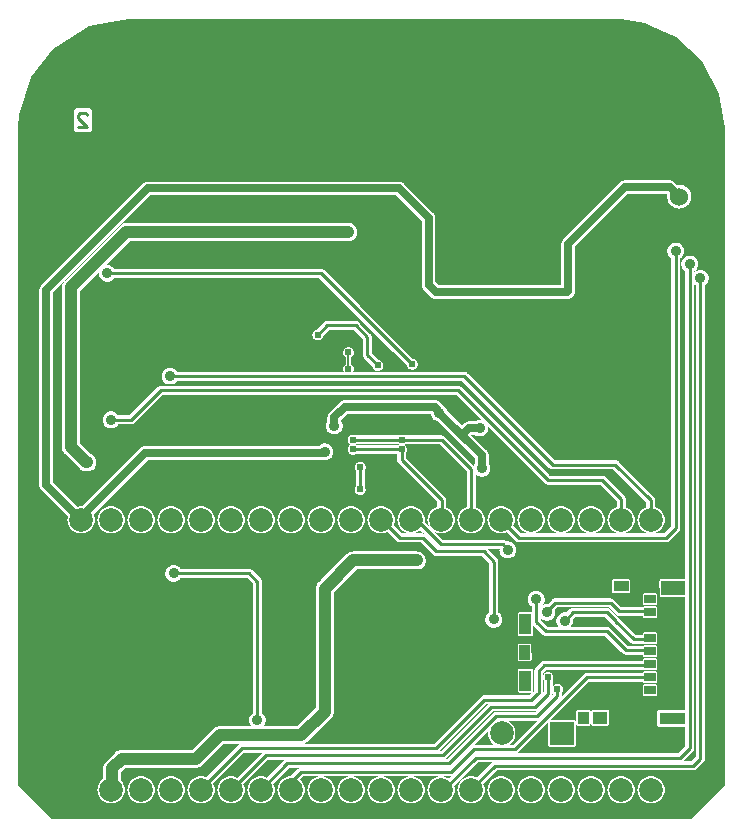
<source format=gbr>
G04 start of page 3 for group 5 idx 5 *
G04 Title: (unknown), bottom *
G04 Creator: pcb 20140316 *
G04 CreationDate: Fri Aug 26 09:03:46 2016 UTC *
G04 For: clemi *
G04 Format: Gerber/RS-274X *
G04 PCB-Dimensions (mil): 6000.00 5000.00 *
G04 PCB-Coordinate-Origin: lower left *
%MOIN*%
%FSLAX25Y25*%
%LNBOTTOM*%
%ADD75C,0.0236*%
%ADD74C,0.0079*%
%ADD73C,0.0354*%
%ADD72C,0.1000*%
%ADD71C,0.0350*%
%ADD70C,0.0118*%
%ADD69C,0.0200*%
%ADD68C,0.0600*%
%ADD67C,0.0240*%
%ADD66C,0.0360*%
%ADD65R,0.0406X0.0406*%
%ADD64R,0.0469X0.0469*%
%ADD63R,0.0346X0.0346*%
%ADD62R,0.0276X0.0276*%
%ADD61R,0.0354X0.0354*%
%ADD60R,0.0413X0.0413*%
%ADD59R,0.0374X0.0374*%
%ADD58C,0.0197*%
%ADD57C,0.0118*%
%ADD56C,0.0787*%
%ADD55C,0.0060*%
%ADD54C,0.0400*%
%ADD53C,0.0250*%
%ADD52C,0.0100*%
%ADD51C,0.0001*%
G54D51*G36*
X467712Y239445D02*X468972D01*
Y237460D01*
X468968Y237402D01*
X468986Y237166D01*
X469041Y236937D01*
X469132Y236718D01*
X469255Y236517D01*
X469409Y236338D01*
X469453Y236299D01*
X482358Y223394D01*
Y221794D01*
X482255Y221769D01*
X481595Y221496D01*
X480986Y221123D01*
X480443Y220659D01*
X479980Y220116D01*
X479606Y219507D01*
X479333Y218847D01*
X479166Y218153D01*
X479110Y217441D01*
X479166Y216729D01*
X479333Y216035D01*
X479569Y215466D01*
X478165Y216870D01*
X478198Y217441D01*
X478156Y218153D01*
X477990Y218847D01*
X477716Y219507D01*
X477343Y220116D01*
X476879Y220659D01*
X476336Y221123D01*
X475728Y221496D01*
X475068Y221769D01*
X474373Y221936D01*
X473661Y221992D01*
X472949Y221936D01*
X472255Y221769D01*
X471595Y221496D01*
X470986Y221123D01*
X470443Y220659D01*
X469980Y220116D01*
X469606Y219507D01*
X469333Y218847D01*
X469166Y218153D01*
X469110Y217441D01*
X469166Y216729D01*
X469333Y216035D01*
X469606Y215375D01*
X469980Y214766D01*
X470443Y214223D01*
X470986Y213759D01*
X471595Y213386D01*
X472255Y213113D01*
X472949Y212946D01*
X473313Y212917D01*
X470700D01*
X467870Y215747D01*
X467990Y216035D01*
X468156Y216729D01*
X468198Y217441D01*
X468156Y218153D01*
X467990Y218847D01*
X467716Y219507D01*
X467712Y219514D01*
Y239445D01*
G37*
G36*
Y252868D02*X480284D01*
X480297Y252710D01*
X480400Y252282D01*
X480568Y251875D01*
X480799Y251499D01*
X481085Y251164D01*
X481420Y250877D01*
X481796Y250647D01*
X482203Y250478D01*
X482631Y250376D01*
X482666Y250373D01*
X488898Y244141D01*
X488955Y244073D01*
X489023Y244016D01*
X494994Y238044D01*
Y236323D01*
X494972Y236297D01*
X494742Y235921D01*
X494573Y235514D01*
X494571Y235504D01*
X484961Y245114D01*
X484922Y245158D01*
X484743Y245312D01*
X484541Y245435D01*
X484323Y245525D01*
X484094Y245581D01*
X484093Y245581D01*
X483858Y245599D01*
X483800Y245594D01*
X471472D01*
X471293Y245704D01*
X471031Y245813D01*
X470755Y245879D01*
X470472Y245901D01*
X470190Y245879D01*
X469914Y245813D01*
X469652Y245704D01*
X469473Y245594D01*
X467712D01*
Y252868D01*
G37*
G36*
Y259130D02*X477165D01*
X477165Y259130D01*
X488749D01*
X497129Y250750D01*
X496896Y250806D01*
X496457Y250840D01*
X496017Y250806D01*
X495589Y250703D01*
X495182Y250534D01*
X494806Y250304D01*
X494780Y250282D01*
X493002D01*
X492913Y250288D01*
X492560Y250261D01*
X492216Y250178D01*
X491889Y250042D01*
X491587Y249857D01*
X491587Y249857D01*
X491317Y249627D01*
X491260Y249560D01*
X490551Y248851D01*
X485847Y253556D01*
X485845Y253589D01*
X485742Y254018D01*
X485573Y254425D01*
X485343Y254800D01*
X485057Y255136D01*
X484722Y255422D01*
X484346Y255652D01*
X484001Y255795D01*
X483149Y256647D01*
X483092Y256714D01*
X482823Y256944D01*
X482521Y257129D01*
X482193Y257265D01*
X481849Y257347D01*
X481849Y257347D01*
X481496Y257375D01*
X481408Y257368D01*
X467712D01*
Y259130D01*
G37*
G36*
Y263854D02*X490717D01*
X519764Y234808D01*
X519802Y234763D01*
X519982Y234610D01*
X519982Y234610D01*
X520183Y234486D01*
X520401Y234396D01*
X520631Y234341D01*
X520866Y234322D01*
X520925Y234327D01*
X541111D01*
X552043Y223394D01*
Y221681D01*
X551595Y221496D01*
X550986Y221123D01*
X550443Y220659D01*
X549980Y220116D01*
X549606Y219507D01*
X549333Y218847D01*
X549166Y218153D01*
X549110Y217441D01*
X549166Y216729D01*
X549333Y216035D01*
X549606Y215375D01*
X549980Y214766D01*
X550443Y214223D01*
X550986Y213759D01*
X551595Y213386D01*
X552255Y213113D01*
X552949Y212946D01*
X553313Y212917D01*
X544009D01*
X544373Y212946D01*
X545068Y213113D01*
X545728Y213386D01*
X546336Y213759D01*
X546879Y214223D01*
X547343Y214766D01*
X547716Y215375D01*
X547990Y216035D01*
X548156Y216729D01*
X548198Y217441D01*
X548156Y218153D01*
X547990Y218847D01*
X547716Y219507D01*
X547343Y220116D01*
X546879Y220659D01*
X546336Y221123D01*
X545728Y221496D01*
X545201Y221714D01*
Y224351D01*
X545205Y224409D01*
X545187Y224645D01*
X545187Y224645D01*
X545132Y224874D01*
X545041Y225093D01*
X544918Y225294D01*
X544765Y225473D01*
X544720Y225512D01*
X538504Y231728D01*
X538466Y231773D01*
X538286Y231926D01*
X538085Y232049D01*
X537867Y232140D01*
X537637Y232195D01*
X537637Y232195D01*
X537402Y232213D01*
X537343Y232209D01*
X519913D01*
X490472Y261649D01*
X490434Y261694D01*
X490254Y261847D01*
X490053Y261971D01*
X489835Y262061D01*
X489605Y262116D01*
X489605Y262116D01*
X489370Y262135D01*
X489311Y262130D01*
X477165D01*
X477165Y262130D01*
X467712D01*
Y263854D01*
G37*
G36*
X532441Y213068D02*X532949Y212946D01*
X533313Y212917D01*
X532441D01*
Y213068D01*
G37*
G36*
Y229209D02*X536780D01*
X542201Y223788D01*
Y221747D01*
X541595Y221496D01*
X540986Y221123D01*
X540443Y220659D01*
X539980Y220116D01*
X539606Y219507D01*
X539333Y218847D01*
X539166Y218153D01*
X539110Y217441D01*
X539166Y216729D01*
X539333Y216035D01*
X539606Y215375D01*
X539980Y214766D01*
X540443Y214223D01*
X540986Y213759D01*
X541595Y213386D01*
X542255Y213113D01*
X542949Y212946D01*
X543313Y212917D01*
X534009D01*
X534373Y212946D01*
X535068Y213113D01*
X535728Y213386D01*
X536336Y213759D01*
X536879Y214223D01*
X537343Y214766D01*
X537716Y215375D01*
X537990Y216035D01*
X538156Y216729D01*
X538198Y217441D01*
X538156Y218153D01*
X537990Y218847D01*
X537716Y219507D01*
X537343Y220116D01*
X536879Y220659D01*
X536336Y221123D01*
X535728Y221496D01*
X535068Y221769D01*
X534373Y221936D01*
X533661Y221992D01*
X532949Y221936D01*
X532441Y221814D01*
Y229209D01*
G37*
G36*
X553654Y382111D02*X561811Y378346D01*
X570472Y370472D01*
X576378Y359449D01*
X578346Y348031D01*
Y129134D01*
X566929Y117717D01*
X553654D01*
Y122890D01*
X553661Y122890D01*
X554373Y122946D01*
X555068Y123113D01*
X555728Y123386D01*
X556336Y123759D01*
X556879Y124223D01*
X557343Y124766D01*
X557716Y125375D01*
X557990Y126035D01*
X558156Y126729D01*
X558198Y127441D01*
X558156Y128153D01*
X557990Y128847D01*
X557716Y129507D01*
X557343Y130116D01*
X556879Y130659D01*
X556336Y131123D01*
X555728Y131496D01*
X555068Y131769D01*
X554373Y131936D01*
X553661Y131992D01*
X553654Y131991D01*
Y133933D01*
X567658D01*
X567717Y133928D01*
X567951Y133947D01*
X567952Y133947D01*
X568181Y134002D01*
X568400Y134092D01*
X568601Y134216D01*
X568780Y134369D01*
X568819Y134414D01*
X571098Y136693D01*
X571143Y136731D01*
X571296Y136911D01*
X571296Y136911D01*
X571419Y137112D01*
X571510Y137330D01*
X571565Y137560D01*
X571583Y137795D01*
X571579Y137854D01*
Y171654D01*
X571579Y171654D01*
Y295667D01*
X571730Y295759D01*
X572065Y296045D01*
X572351Y296381D01*
X572581Y296756D01*
X572750Y297164D01*
X572853Y297592D01*
X572879Y298031D01*
X572853Y298471D01*
X572750Y298899D01*
X572581Y299307D01*
X572351Y299682D01*
X572065Y300018D01*
X571730Y300304D01*
X571354Y300534D01*
X570947Y300703D01*
X570518Y300806D01*
X570079Y300840D01*
X569639Y300806D01*
X569211Y300703D01*
X568804Y300534D01*
X568428Y300304D01*
X568093Y300018D01*
X568035Y299950D01*
Y300391D01*
X568186Y300484D01*
X568521Y300770D01*
X568808Y301105D01*
X569038Y301481D01*
X569207Y301888D01*
X569309Y302317D01*
X569335Y302756D01*
X569309Y303195D01*
X569207Y303624D01*
X569038Y304031D01*
X568808Y304407D01*
X568521Y304742D01*
X568186Y305028D01*
X567811Y305258D01*
X567403Y305427D01*
X566975Y305530D01*
X566535Y305565D01*
X566096Y305530D01*
X565668Y305427D01*
X565260Y305258D01*
X564885Y305028D01*
X564549Y304742D01*
X564263Y304407D01*
X564033Y304031D01*
X563864Y303624D01*
X563761Y303195D01*
X563727Y302756D01*
X563761Y302317D01*
X563864Y301888D01*
X564033Y301481D01*
X564263Y301105D01*
X564549Y300770D01*
X564885Y300484D01*
X565035Y300391D01*
Y197647D01*
X556953Y197642D01*
X556861Y197620D01*
X556774Y197583D01*
X556693Y197534D01*
X556622Y197473D01*
X556560Y197401D01*
X556511Y197320D01*
X556475Y197233D01*
X556453Y197141D01*
X556447Y197047D01*
X556453Y192268D01*
X556475Y192176D01*
X556511Y192089D01*
X556560Y192008D01*
X556622Y191937D01*
X556693Y191875D01*
X556774Y191826D01*
X556861Y191790D01*
X556953Y191768D01*
X557047Y191762D01*
X565035Y191768D01*
Y173622D01*
X565035Y173622D01*
Y154150D01*
X556339Y154140D01*
X556186Y154104D01*
X556041Y154043D01*
X555906Y153961D01*
X555787Y153859D01*
X555685Y153739D01*
X555602Y153605D01*
X555542Y153460D01*
X555505Y153307D01*
X555496Y153150D01*
X555505Y149253D01*
X555542Y149099D01*
X555602Y148954D01*
X555685Y148820D01*
X555787Y148700D01*
X555906Y148598D01*
X556041Y148516D01*
X556186Y148455D01*
X556339Y148419D01*
X556496Y148409D01*
X565035Y148419D01*
Y141960D01*
X562765Y139689D01*
X553654D01*
Y158655D01*
X555252Y158658D01*
X555343Y158680D01*
X555431Y158716D01*
X555511Y158765D01*
X555583Y158826D01*
X555644Y158898D01*
X555694Y158979D01*
X555730Y159066D01*
X555752Y159158D01*
X555757Y159252D01*
X555752Y162102D01*
X555730Y162194D01*
X555694Y162281D01*
X555644Y162362D01*
X555583Y162433D01*
X555511Y162495D01*
X555431Y162544D01*
X555343Y162580D01*
X555252Y162602D01*
X555157Y162608D01*
X553654Y162606D01*
Y162986D01*
X555252Y162988D01*
X555343Y163010D01*
X555431Y163046D01*
X555511Y163096D01*
X555583Y163157D01*
X555644Y163229D01*
X555694Y163309D01*
X555730Y163397D01*
X555752Y163489D01*
X555757Y163583D01*
X555752Y166433D01*
X555730Y166525D01*
X555694Y166612D01*
X555644Y166692D01*
X555583Y166764D01*
X555511Y166825D01*
X555431Y166875D01*
X555343Y166911D01*
X555252Y166933D01*
X555157Y166939D01*
X553654Y166936D01*
Y167317D01*
X555252Y167319D01*
X555343Y167341D01*
X555431Y167377D01*
X555511Y167426D01*
X555583Y167488D01*
X555644Y167560D01*
X555694Y167640D01*
X555730Y167727D01*
X555752Y167819D01*
X555757Y167913D01*
X555752Y170763D01*
X555730Y170855D01*
X555694Y170943D01*
X555644Y171023D01*
X555583Y171095D01*
X555511Y171156D01*
X555431Y171206D01*
X555343Y171242D01*
X555252Y171264D01*
X555157Y171269D01*
X553654Y171267D01*
Y171647D01*
X555252Y171650D01*
X555343Y171672D01*
X555431Y171708D01*
X555511Y171757D01*
X555583Y171819D01*
X555644Y171890D01*
X555694Y171971D01*
X555730Y172058D01*
X555752Y172150D01*
X555757Y172244D01*
X555752Y175094D01*
X555730Y175186D01*
X555694Y175273D01*
X555644Y175354D01*
X555583Y175426D01*
X555511Y175487D01*
X555431Y175536D01*
X555343Y175572D01*
X555252Y175594D01*
X555157Y175600D01*
X553654Y175598D01*
Y175978D01*
X555252Y175980D01*
X555343Y176002D01*
X555431Y176039D01*
X555511Y176088D01*
X555583Y176149D01*
X555644Y176221D01*
X555694Y176302D01*
X555730Y176389D01*
X555752Y176481D01*
X555757Y176575D01*
X555752Y179425D01*
X555730Y179517D01*
X555694Y179604D01*
X555644Y179684D01*
X555583Y179756D01*
X555511Y179818D01*
X555431Y179867D01*
X555343Y179903D01*
X555252Y179925D01*
X555157Y179931D01*
X553654Y179929D01*
Y184639D01*
X555252Y184642D01*
X555343Y184664D01*
X555431Y184700D01*
X555511Y184749D01*
X555583Y184811D01*
X555644Y184882D01*
X555694Y184963D01*
X555730Y185050D01*
X555752Y185142D01*
X555757Y185236D01*
X555752Y188086D01*
X555730Y188178D01*
X555694Y188265D01*
X555644Y188346D01*
X555583Y188418D01*
X555511Y188479D01*
X555431Y188528D01*
X555343Y188565D01*
X555252Y188587D01*
X555157Y188592D01*
X553654Y188590D01*
Y188970D01*
X555252Y188972D01*
X555343Y188995D01*
X555431Y189031D01*
X555511Y189080D01*
X555583Y189141D01*
X555644Y189213D01*
X555694Y189294D01*
X555730Y189381D01*
X555752Y189473D01*
X555757Y189567D01*
X555752Y192417D01*
X555730Y192509D01*
X555694Y192596D01*
X555644Y192677D01*
X555583Y192748D01*
X555511Y192810D01*
X555431Y192859D01*
X555343Y192895D01*
X555252Y192917D01*
X555157Y192923D01*
X553654Y192921D01*
Y209917D01*
X558603D01*
X558661Y209913D01*
X558896Y209931D01*
X558897Y209931D01*
X559126Y209986D01*
X559345Y210077D01*
X559546Y210200D01*
X559725Y210353D01*
X559764Y210398D01*
X562830Y213465D01*
X562875Y213503D01*
X563028Y213682D01*
X563028Y213683D01*
X563152Y213884D01*
X563242Y214102D01*
X563297Y214332D01*
X563316Y214567D01*
X563311Y214626D01*
Y304722D01*
X563462Y304814D01*
X563797Y305101D01*
X564083Y305436D01*
X564314Y305812D01*
X564482Y306219D01*
X564585Y306647D01*
X564611Y307087D01*
X564585Y307526D01*
X564482Y307955D01*
X564314Y308362D01*
X564083Y308737D01*
X563797Y309073D01*
X563462Y309359D01*
X563086Y309589D01*
X562679Y309758D01*
X562250Y309861D01*
X561811Y309895D01*
X561372Y309861D01*
X560943Y309758D01*
X560536Y309589D01*
X560160Y309359D01*
X559825Y309073D01*
X559539Y308737D01*
X559309Y308362D01*
X559140Y307955D01*
X559037Y307526D01*
X559002Y307087D01*
X559037Y306647D01*
X559140Y306219D01*
X559309Y305812D01*
X559539Y305436D01*
X559825Y305101D01*
X560160Y304814D01*
X560311Y304722D01*
Y215188D01*
X558040Y212917D01*
X554009D01*
X554373Y212946D01*
X555068Y213113D01*
X555728Y213386D01*
X556336Y213759D01*
X556879Y214223D01*
X557343Y214766D01*
X557716Y215375D01*
X557990Y216035D01*
X558156Y216729D01*
X558198Y217441D01*
X558156Y218153D01*
X557990Y218847D01*
X557716Y219507D01*
X557343Y220116D01*
X556879Y220659D01*
X556336Y221123D01*
X555728Y221496D01*
X555068Y221769D01*
X555043Y221775D01*
Y223957D01*
X555048Y224016D01*
X555029Y224251D01*
X554974Y224481D01*
X554884Y224699D01*
X554761Y224900D01*
X554607Y225080D01*
X554562Y225118D01*
X553654Y226026D01*
Y326096D01*
X558911D01*
X559059Y325948D01*
X559029Y325825D01*
X558980Y325197D01*
X559029Y324569D01*
X559176Y323957D01*
X559417Y323375D01*
X559746Y322838D01*
X560155Y322360D01*
X560634Y321951D01*
X561171Y321622D01*
X561752Y321381D01*
X562364Y321234D01*
X562992Y321185D01*
X563620Y321234D01*
X564232Y321381D01*
X564814Y321622D01*
X565351Y321951D01*
X565829Y322360D01*
X566238Y322838D01*
X566567Y323375D01*
X566808Y323957D01*
X566955Y324569D01*
X566992Y325197D01*
X566955Y325825D01*
X566808Y326437D01*
X566567Y327018D01*
X566238Y327555D01*
X565829Y328034D01*
X565351Y328443D01*
X564814Y328772D01*
X564232Y329013D01*
X563620Y329160D01*
X562992Y329209D01*
X562364Y329160D01*
X562241Y329130D01*
X561496Y329875D01*
X561438Y329942D01*
X561169Y330172D01*
X560867Y330357D01*
X560540Y330493D01*
X560196Y330576D01*
X560195Y330576D01*
X559843Y330603D01*
X559754Y330596D01*
X553654D01*
Y382111D01*
G37*
G36*
Y226026D02*X543654Y236026D01*
Y323937D01*
X545814Y326096D01*
X553654D01*
Y226026D01*
G37*
G36*
Y188590D02*X551323Y188587D01*
X551231Y188565D01*
X551144Y188528D01*
X551111Y188508D01*
X543654D01*
Y192985D01*
X546236Y192988D01*
X546328Y193010D01*
X546415Y193046D01*
X546495Y193096D01*
X546567Y193157D01*
X546629Y193229D01*
X546678Y193309D01*
X546714Y193397D01*
X546736Y193489D01*
X546742Y193583D01*
X546736Y197141D01*
X546714Y197233D01*
X546678Y197320D01*
X546629Y197401D01*
X546567Y197473D01*
X546495Y197534D01*
X546415Y197583D01*
X546328Y197620D01*
X546236Y197642D01*
X546142Y197647D01*
X543654Y197644D01*
Y209917D01*
X553654D01*
Y192921D01*
X551323Y192917D01*
X551231Y192895D01*
X551144Y192859D01*
X551064Y192810D01*
X550992Y192748D01*
X550930Y192677D01*
X550881Y192596D01*
X550845Y192509D01*
X550823Y192417D01*
X550817Y192323D01*
X550823Y189473D01*
X550845Y189381D01*
X550881Y189294D01*
X550930Y189213D01*
X550992Y189141D01*
X551064Y189080D01*
X551144Y189031D01*
X551231Y188995D01*
X551323Y188972D01*
X551417Y188967D01*
X553654Y188970D01*
Y188590D01*
G37*
G36*
Y179929D02*X551323Y179925D01*
X551231Y179903D01*
X551144Y179867D01*
X551064Y179818D01*
X550992Y179756D01*
X550930Y179684D01*
X550881Y179604D01*
X550845Y179517D01*
X550823Y179425D01*
X550817Y179331D01*
X550818Y179059D01*
X548653D01*
X543654Y184057D01*
Y185508D01*
X550822D01*
X550823Y185142D01*
X550845Y185050D01*
X550881Y184963D01*
X550930Y184882D01*
X550992Y184811D01*
X551064Y184749D01*
X551144Y184700D01*
X551231Y184664D01*
X551323Y184642D01*
X551417Y184636D01*
X553654Y184639D01*
Y179929D01*
G37*
G36*
Y175598D02*X551323Y175594D01*
X551231Y175572D01*
X551144Y175536D01*
X551111Y175516D01*
X545897D01*
X543654Y177758D01*
Y179815D01*
X546929Y176540D01*
X546968Y176495D01*
X547147Y176342D01*
X547348Y176218D01*
X547567Y176128D01*
X547796Y176073D01*
X548032Y176054D01*
X548090Y176059D01*
X551111D01*
X551144Y176039D01*
X551231Y176002D01*
X551323Y175980D01*
X551417Y175975D01*
X553654Y175978D01*
Y175598D01*
G37*
G36*
Y171267D02*X551323Y171264D01*
X551231Y171242D01*
X551144Y171206D01*
X551064Y171156D01*
X550992Y171095D01*
X550930Y171023D01*
X550881Y170943D01*
X550845Y170855D01*
X550823Y170763D01*
X550817Y170669D01*
X550818Y170398D01*
X543654D01*
Y173516D01*
X544173Y172997D01*
X544212Y172952D01*
X544391Y172799D01*
X544391Y172798D01*
X544593Y172675D01*
X544811Y172585D01*
X545040Y172530D01*
X545276Y172511D01*
X545334Y172516D01*
X550822D01*
X550823Y172150D01*
X550845Y172058D01*
X550881Y171971D01*
X550930Y171890D01*
X550992Y171819D01*
X551064Y171757D01*
X551144Y171708D01*
X551231Y171672D01*
X551323Y171650D01*
X551417Y171644D01*
X553654Y171647D01*
Y171267D01*
G37*
G36*
Y166936D02*X551323Y166933D01*
X551231Y166911D01*
X551144Y166875D01*
X551064Y166825D01*
X550992Y166764D01*
X550930Y166692D01*
X550881Y166612D01*
X550845Y166525D01*
X550830Y166461D01*
X543654D01*
Y167398D01*
X551111D01*
X551144Y167377D01*
X551231Y167341D01*
X551323Y167319D01*
X551417Y167313D01*
X553654Y167317D01*
Y166936D01*
G37*
G36*
Y139689D02*X543654D01*
Y163461D01*
X550830D01*
X550845Y163397D01*
X550881Y163309D01*
X550930Y163229D01*
X550992Y163157D01*
X551064Y163096D01*
X551144Y163046D01*
X551231Y163010D01*
X551323Y162988D01*
X551417Y162983D01*
X553654Y162986D01*
Y162606D01*
X551323Y162602D01*
X551231Y162580D01*
X551144Y162544D01*
X551064Y162495D01*
X550992Y162433D01*
X550930Y162362D01*
X550881Y162281D01*
X550845Y162194D01*
X550823Y162102D01*
X550817Y162008D01*
X550823Y159158D01*
X550845Y159066D01*
X550881Y158979D01*
X550930Y158898D01*
X550992Y158826D01*
X551064Y158765D01*
X551144Y158716D01*
X551231Y158680D01*
X551323Y158658D01*
X551417Y158652D01*
X553654Y158655D01*
Y139689D01*
G37*
G36*
Y117717D02*X543654D01*
Y122890D01*
X543661Y122890D01*
X544373Y122946D01*
X545068Y123113D01*
X545728Y123386D01*
X546336Y123759D01*
X546879Y124223D01*
X547343Y124766D01*
X547716Y125375D01*
X547990Y126035D01*
X548156Y126729D01*
X548198Y127441D01*
X548156Y128153D01*
X547990Y128847D01*
X547716Y129507D01*
X547343Y130116D01*
X546879Y130659D01*
X546336Y131123D01*
X545728Y131496D01*
X545068Y131769D01*
X544373Y131936D01*
X543661Y131992D01*
X543654Y131991D01*
Y133933D01*
X553654D01*
Y131991D01*
X552949Y131936D01*
X552255Y131769D01*
X551595Y131496D01*
X550986Y131123D01*
X550443Y130659D01*
X549980Y130116D01*
X549606Y129507D01*
X549333Y128847D01*
X549166Y128153D01*
X549110Y127441D01*
X549166Y126729D01*
X549333Y126035D01*
X549606Y125375D01*
X549980Y124766D01*
X550443Y124223D01*
X550986Y123759D01*
X551595Y123386D01*
X552255Y123113D01*
X552949Y122946D01*
X553654Y122890D01*
Y117717D01*
G37*
G36*
X543654Y384252D02*X543701D01*
X551575Y383071D01*
X553654Y382111D01*
Y330596D01*
X544970D01*
X544882Y330603D01*
X544529Y330576D01*
X544184Y330493D01*
X543857Y330357D01*
X543654Y330233D01*
Y384252D01*
G37*
G36*
Y236026D02*X542835Y236846D01*
X542796Y236891D01*
X542617Y237044D01*
X542415Y237167D01*
X542197Y237258D01*
X541968Y237313D01*
X541732Y237331D01*
X541674Y237327D01*
X532441D01*
Y312724D01*
X543654Y323937D01*
Y236026D01*
G37*
G36*
Y188508D02*X543535D01*
X541260Y190783D01*
X541221Y190828D01*
X541042Y190981D01*
X540841Y191104D01*
X540622Y191195D01*
X540393Y191250D01*
X540157Y191268D01*
X540099Y191264D01*
X532441D01*
Y209917D01*
X543654D01*
Y197644D01*
X541126Y197642D01*
X541034Y197620D01*
X540947Y197583D01*
X540867Y197534D01*
X540795Y197473D01*
X540734Y197401D01*
X540684Y197320D01*
X540648Y197233D01*
X540626Y197141D01*
X540620Y197047D01*
X540626Y193489D01*
X540648Y193397D01*
X540684Y193309D01*
X540734Y193229D01*
X540795Y193157D01*
X540867Y193096D01*
X540947Y193046D01*
X541034Y193010D01*
X541126Y192988D01*
X541220Y192983D01*
X543654Y192985D01*
Y188508D01*
G37*
G36*
Y184057D02*X540079Y187633D01*
X540040Y187678D01*
X539861Y187831D01*
X539659Y187955D01*
X539441Y188045D01*
X539212Y188100D01*
X539212Y188100D01*
X538976Y188119D01*
X538918Y188114D01*
X532441D01*
Y188264D01*
X539536D01*
X541811Y185989D01*
X541849Y185944D01*
X542029Y185791D01*
X542230Y185667D01*
X542448Y185577D01*
X542678Y185522D01*
X542913Y185503D01*
X542972Y185508D01*
X543654D01*
Y184057D01*
G37*
G36*
Y177758D02*X540079Y181334D01*
X540040Y181379D01*
X539861Y181532D01*
X539659Y181656D01*
X539441Y181746D01*
X539212Y181801D01*
X538976Y181820D01*
X538918Y181815D01*
X532441D01*
Y185114D01*
X538355D01*
X543654Y179815D01*
Y177758D01*
G37*
G36*
Y170398D02*X532441D01*
Y178815D01*
X538355D01*
X543654Y173516D01*
Y170398D01*
G37*
G36*
Y166461D02*X532441D01*
Y167398D01*
X543654D01*
Y166461D01*
G37*
G36*
Y139689D02*X536654D01*
Y148812D01*
X539110Y148815D01*
X539202Y148837D01*
X539289Y148873D01*
X539370Y148923D01*
X539441Y148984D01*
X539503Y149056D01*
X539552Y149136D01*
X539588Y149223D01*
X539610Y149315D01*
X539616Y149409D01*
X539610Y153637D01*
X539588Y153729D01*
X539552Y153817D01*
X539503Y153897D01*
X539441Y153969D01*
X539370Y154030D01*
X539289Y154080D01*
X539202Y154116D01*
X539110Y154138D01*
X539016Y154143D01*
X536654Y154141D01*
Y163461D01*
X543654D01*
Y139689D01*
G37*
G36*
X536654D02*X532441D01*
Y148814D01*
X532968Y148815D01*
X533060Y148837D01*
X533147Y148873D01*
X533228Y148923D01*
X533300Y148984D01*
X533361Y149056D01*
X533410Y149136D01*
X533446Y149223D01*
X533468Y149315D01*
X533474Y149409D01*
X533468Y153637D01*
X533446Y153729D01*
X533410Y153817D01*
X533361Y153897D01*
X533300Y153969D01*
X533228Y154030D01*
X533147Y154080D01*
X533060Y154116D01*
X532968Y154138D01*
X532874Y154143D01*
X532441Y154143D01*
Y162997D01*
X532905Y163461D01*
X536654D01*
Y154141D01*
X534197Y154138D01*
X534105Y154116D01*
X534018Y154080D01*
X533938Y154030D01*
X533866Y153969D01*
X533804Y153897D01*
X533755Y153817D01*
X533719Y153729D01*
X533697Y153637D01*
X533691Y153543D01*
X533697Y149315D01*
X533719Y149223D01*
X533755Y149136D01*
X533804Y149056D01*
X533866Y148984D01*
X533938Y148923D01*
X534018Y148873D01*
X534105Y148837D01*
X534197Y148815D01*
X534291Y148809D01*
X536654Y148812D01*
Y139689D01*
G37*
G36*
X543654Y117717D02*X532441D01*
Y123068D01*
X532949Y122946D01*
X533661Y122890D01*
X534373Y122946D01*
X535068Y123113D01*
X535728Y123386D01*
X536336Y123759D01*
X536879Y124223D01*
X537343Y124766D01*
X537716Y125375D01*
X537990Y126035D01*
X538156Y126729D01*
X538198Y127441D01*
X538156Y128153D01*
X537990Y128847D01*
X537716Y129507D01*
X537343Y130116D01*
X536879Y130659D01*
X536336Y131123D01*
X535728Y131496D01*
X535068Y131769D01*
X534373Y131936D01*
X533661Y131992D01*
X532949Y131936D01*
X532441Y131814D01*
Y133933D01*
X533858D01*
X533858Y133933D01*
X543654D01*
Y131991D01*
X542949Y131936D01*
X542255Y131769D01*
X541595Y131496D01*
X540986Y131123D01*
X540443Y130659D01*
X539980Y130116D01*
X539606Y129507D01*
X539333Y128847D01*
X539166Y128153D01*
X539110Y127441D01*
X539166Y126729D01*
X539333Y126035D01*
X539606Y125375D01*
X539980Y124766D01*
X540443Y124223D01*
X540986Y123759D01*
X541595Y123386D01*
X542255Y123113D01*
X542949Y122946D01*
X543654Y122890D01*
Y117717D01*
G37*
G36*
X532441Y384252D02*X543654D01*
Y330233D01*
X543555Y330172D01*
X543555Y330172D01*
X543286Y329942D01*
X543229Y329875D01*
X532441Y319087D01*
Y384252D01*
G37*
G36*
Y188114D02*X527618D01*
X527559Y188119D01*
X527324Y188100D01*
X527094Y188045D01*
X526876Y187955D01*
X526675Y187831D01*
X526675Y187831D01*
X526495Y187678D01*
X526457Y187633D01*
X525415Y186591D01*
X525243Y186632D01*
X524803Y186667D01*
X524364Y186632D01*
X523935Y186529D01*
X523528Y186361D01*
X523152Y186130D01*
X522817Y185844D01*
X522531Y185509D01*
X522301Y185133D01*
X522132Y184726D01*
X522029Y184298D01*
X521995Y183858D01*
X522029Y183419D01*
X522132Y182990D01*
X522301Y182583D01*
X522531Y182207D01*
X522817Y181872D01*
X522884Y181815D01*
X519125D01*
X516854Y184086D01*
Y184695D01*
X516912Y184628D01*
X517247Y184342D01*
X517623Y184112D01*
X518030Y183943D01*
X518458Y183840D01*
X518898Y183806D01*
X519337Y183840D01*
X519766Y183943D01*
X520173Y184112D01*
X520549Y184342D01*
X520884Y184628D01*
X521170Y184963D01*
X521400Y185339D01*
X521569Y185746D01*
X521672Y186175D01*
X521698Y186614D01*
X521672Y187054D01*
X521569Y187482D01*
X521547Y187536D01*
X522275Y188264D01*
X532441D01*
Y188114D01*
G37*
G36*
Y181815D02*X526722D01*
X526789Y181872D01*
X527075Y182207D01*
X527306Y182583D01*
X527474Y182990D01*
X527577Y183419D01*
X527603Y183858D01*
X527577Y184298D01*
X527536Y184470D01*
X528180Y185114D01*
X532441D01*
Y181815D01*
G37*
G36*
Y237327D02*X521487D01*
X492441Y266373D01*
X492403Y266418D01*
X492223Y266572D01*
X492022Y266695D01*
X491804Y266785D01*
X491574Y266840D01*
X491339Y266859D01*
X491280Y266854D01*
X467712D01*
Y273474D01*
X472249Y268937D01*
X472298Y268733D01*
X472406Y268471D01*
X472554Y268229D01*
X472738Y268014D01*
X472954Y267830D01*
X473196Y267682D01*
X473457Y267573D01*
X473733Y267507D01*
X474016Y267485D01*
X474298Y267507D01*
X474574Y267573D01*
X474836Y267682D01*
X475078Y267830D01*
X475293Y268014D01*
X475477Y268229D01*
X475625Y268471D01*
X475734Y268733D01*
X475800Y269009D01*
X475817Y269291D01*
X475800Y269574D01*
X475734Y269850D01*
X475625Y270111D01*
X475477Y270353D01*
X475293Y270569D01*
X475078Y270753D01*
X474836Y270901D01*
X474574Y271009D01*
X474370Y271058D01*
X467712Y277716D01*
Y325703D01*
X468753D01*
X477278Y317178D01*
Y295757D01*
X477271Y295669D01*
X477298Y295316D01*
Y295316D01*
X477381Y294972D01*
X477517Y294645D01*
X477587Y294530D01*
X477702Y294343D01*
X477702Y294343D01*
X477932Y294073D01*
X477999Y294016D01*
X480236Y291778D01*
X480294Y291711D01*
X480563Y291481D01*
X480563Y291481D01*
X480865Y291296D01*
X481192Y291161D01*
X481537Y291078D01*
X481890Y291050D01*
X481978Y291057D01*
X525502D01*
X525591Y291050D01*
X525943Y291078D01*
X525944Y291078D01*
X526288Y291161D01*
X526615Y291296D01*
X526917Y291481D01*
X527186Y291711D01*
X527244Y291778D01*
X527513Y292047D01*
X527580Y292105D01*
X527810Y292374D01*
X527810Y292374D01*
X527995Y292676D01*
X528131Y293003D01*
X528213Y293348D01*
X528241Y293701D01*
X528234Y293789D01*
Y308517D01*
X532441Y312724D01*
Y237327D01*
G37*
G36*
X511457Y209917D02*X532441D01*
Y191264D01*
X521712D01*
X521654Y191268D01*
X521418Y191250D01*
X521189Y191195D01*
X520970Y191104D01*
X520769Y190981D01*
X520769Y190981D01*
X520590Y190828D01*
X520551Y190783D01*
X519170Y189401D01*
X518898Y189423D01*
X518458Y189388D01*
X518030Y189285D01*
X517623Y189117D01*
X517278Y188905D01*
X517340Y188959D01*
X517627Y189294D01*
X517857Y189670D01*
X518026Y190077D01*
X518128Y190506D01*
X518154Y190945D01*
X518128Y191384D01*
X518026Y191813D01*
X517857Y192220D01*
X517627Y192596D01*
X517340Y192931D01*
X517005Y193217D01*
X516629Y193447D01*
X516222Y193616D01*
X515794Y193719D01*
X515354Y193754D01*
X514915Y193719D01*
X514486Y193616D01*
X514079Y193447D01*
X513703Y193217D01*
X513368Y192931D01*
X513082Y192596D01*
X512852Y192220D01*
X512683Y191813D01*
X512580Y191384D01*
X512546Y190945D01*
X512580Y190506D01*
X512683Y190077D01*
X512852Y189670D01*
X513082Y189294D01*
X513368Y188959D01*
X513703Y188673D01*
X513854Y188580D01*
Y186619D01*
X513780Y186624D01*
X511457Y186621D01*
Y209917D01*
G37*
G36*
Y213471D02*X511595Y213386D01*
X512255Y213113D01*
X512949Y212946D01*
X513313Y212917D01*
X511457D01*
Y213471D01*
G37*
G36*
Y236422D02*X518189Y229690D01*
X518227Y229645D01*
X518407Y229491D01*
X518608Y229368D01*
X518826Y229278D01*
X519056Y229223D01*
X519291Y229204D01*
X519350Y229209D01*
X532441D01*
Y221814D01*
X532255Y221769D01*
X531595Y221496D01*
X530986Y221123D01*
X530443Y220659D01*
X529980Y220116D01*
X529606Y219507D01*
X529333Y218847D01*
X529166Y218153D01*
X529110Y217441D01*
X529166Y216729D01*
X529333Y216035D01*
X529606Y215375D01*
X529980Y214766D01*
X530443Y214223D01*
X530986Y213759D01*
X531595Y213386D01*
X532255Y213113D01*
X532441Y213068D01*
Y212917D01*
X524009D01*
X524373Y212946D01*
X525068Y213113D01*
X525728Y213386D01*
X526336Y213759D01*
X526879Y214223D01*
X527343Y214766D01*
X527716Y215375D01*
X527990Y216035D01*
X528156Y216729D01*
X528198Y217441D01*
X528156Y218153D01*
X527990Y218847D01*
X527716Y219507D01*
X527343Y220116D01*
X526879Y220659D01*
X526336Y221123D01*
X525728Y221496D01*
X525068Y221769D01*
X524373Y221936D01*
X523661Y221992D01*
X522949Y221936D01*
X522255Y221769D01*
X521595Y221496D01*
X520986Y221123D01*
X520443Y220659D01*
X519980Y220116D01*
X519606Y219507D01*
X519333Y218847D01*
X519166Y218153D01*
X519110Y217441D01*
X519166Y216729D01*
X519333Y216035D01*
X519606Y215375D01*
X519980Y214766D01*
X520443Y214223D01*
X520986Y213759D01*
X521595Y213386D01*
X522255Y213113D01*
X522949Y212946D01*
X523313Y212917D01*
X514009D01*
X514373Y212946D01*
X515068Y213113D01*
X515728Y213386D01*
X516336Y213759D01*
X516879Y214223D01*
X517343Y214766D01*
X517716Y215375D01*
X517990Y216035D01*
X518156Y216729D01*
X518198Y217441D01*
X518156Y218153D01*
X517990Y218847D01*
X517716Y219507D01*
X517343Y220116D01*
X516879Y220659D01*
X516336Y221123D01*
X515728Y221496D01*
X515068Y221769D01*
X514373Y221936D01*
X513661Y221992D01*
X512949Y221936D01*
X512255Y221769D01*
X511595Y221496D01*
X511457Y221411D01*
Y236422D01*
G37*
G36*
Y159835D02*X513874Y159839D01*
X513966Y159861D01*
X514053Y159897D01*
X514109Y159932D01*
X513158Y158980D01*
X511457D01*
Y159835D01*
G37*
G36*
X532441Y170398D02*X518169D01*
X518110Y170402D01*
X517875Y170384D01*
X517645Y170329D01*
X517427Y170238D01*
X517226Y170115D01*
X517226Y170115D01*
X517046Y169962D01*
X517008Y169917D01*
X515123Y168031D01*
X515078Y167993D01*
X514924Y167814D01*
X514801Y167612D01*
X514711Y167394D01*
X514656Y167165D01*
X514656Y167164D01*
X514637Y166929D01*
X514642Y166870D01*
Y160464D01*
X514281Y160103D01*
X514316Y160160D01*
X514352Y160247D01*
X514374Y160339D01*
X514380Y160433D01*
X514374Y167220D01*
X514352Y167312D01*
X514316Y167399D01*
X514266Y167480D01*
X514205Y167552D01*
X514133Y167613D01*
X514053Y167662D01*
X513966Y167698D01*
X513874Y167720D01*
X513780Y167726D01*
X511457Y167723D01*
Y170269D01*
X513283Y170272D01*
X513375Y170294D01*
X513462Y170330D01*
X513543Y170379D01*
X513615Y170441D01*
X513676Y170512D01*
X513725Y170593D01*
X513761Y170680D01*
X513783Y170772D01*
X513789Y170866D01*
X513783Y175685D01*
X513761Y175777D01*
X513725Y175864D01*
X513676Y175944D01*
X513615Y176016D01*
X513543Y176077D01*
X513462Y176127D01*
X513375Y176163D01*
X513283Y176185D01*
X513189Y176191D01*
X511457Y176188D01*
Y178733D01*
X513874Y178736D01*
X513966Y178758D01*
X514053Y178794D01*
X514133Y178844D01*
X514205Y178905D01*
X514266Y178977D01*
X514316Y179057D01*
X514352Y179145D01*
X514374Y179237D01*
X514380Y179331D01*
X514377Y182321D01*
X517402Y179296D01*
X517440Y179251D01*
X517619Y179098D01*
X517620Y179098D01*
X517821Y178974D01*
X518039Y178884D01*
X518269Y178829D01*
X518504Y178810D01*
X518563Y178815D01*
X532441D01*
Y170398D01*
G37*
G36*
X511457Y167723D02*X509630Y167720D01*
X509538Y167698D01*
X509451Y167662D01*
X509371Y167613D01*
X509299Y167552D01*
X509238Y167480D01*
X509188Y167399D01*
X509152Y167312D01*
X509130Y167220D01*
X509124Y167126D01*
X509130Y160339D01*
X509152Y160247D01*
X509188Y160160D01*
X509238Y160079D01*
X509299Y160008D01*
X509371Y159946D01*
X509451Y159897D01*
X509538Y159861D01*
X509630Y159839D01*
X509724Y159833D01*
X511457Y159835D01*
Y158980D01*
X498090D01*
X498031Y158985D01*
X497796Y158966D01*
X497567Y158911D01*
X497348Y158821D01*
X497147Y158698D01*
X497147Y158697D01*
X496968Y158544D01*
X496929Y158499D01*
X481268Y142839D01*
X467712D01*
Y200886D01*
X475570D01*
X476041Y200914D01*
X476500Y201024D01*
X476936Y201205D01*
X477339Y201451D01*
X477698Y201758D01*
X478005Y202117D01*
X478251Y202520D01*
X478432Y202956D01*
X478542Y203415D01*
X478579Y203886D01*
X478542Y204357D01*
X478432Y204816D01*
X478251Y205252D01*
X478005Y205655D01*
X477698Y206014D01*
X477339Y206320D01*
X476936Y206567D01*
X476500Y206748D01*
X476041Y206858D01*
X475570Y206886D01*
X467712D01*
Y211663D01*
X468976Y210398D01*
X469015Y210353D01*
X469194Y210200D01*
X469396Y210077D01*
X469614Y209986D01*
X469843Y209931D01*
X470079Y209913D01*
X470138Y209917D01*
X476934D01*
X480891Y205922D01*
X480931Y205874D01*
X481088Y205740D01*
X481105Y205725D01*
X481108Y205723D01*
X481111Y205721D01*
X481209Y205661D01*
X481306Y205601D01*
X481309Y205599D01*
X481312Y205598D01*
X481418Y205554D01*
X481523Y205509D01*
X481527Y205509D01*
X481530Y205507D01*
X481642Y205480D01*
X481753Y205453D01*
X481756Y205453D01*
X481760Y205452D01*
X481782Y205451D01*
X481988Y205434D01*
X482050Y205438D01*
X497165D01*
X499681Y202922D01*
Y186617D01*
X499530Y186524D01*
X499195Y186238D01*
X498909Y185903D01*
X498679Y185527D01*
X498510Y185120D01*
X498407Y184691D01*
X498372Y184252D01*
X498407Y183813D01*
X498510Y183384D01*
X498679Y182977D01*
X498909Y182601D01*
X499195Y182266D01*
X499530Y181980D01*
X499906Y181749D01*
X500313Y181581D01*
X500742Y181478D01*
X501181Y181443D01*
X501620Y181478D01*
X502049Y181581D01*
X502456Y181749D01*
X502832Y181980D01*
X503167Y182266D01*
X503453Y182601D01*
X503684Y182977D01*
X503852Y183384D01*
X503955Y183813D01*
X503981Y184252D01*
X503955Y184691D01*
X503852Y185120D01*
X503684Y185527D01*
X503453Y185903D01*
X503167Y186238D01*
X502832Y186524D01*
X502681Y186617D01*
Y203485D01*
X502686Y203543D01*
X502667Y203778D01*
X502667Y203779D01*
X502612Y204008D01*
X502522Y204226D01*
X502398Y204428D01*
X502245Y204607D01*
X502200Y204646D01*
X499094Y207752D01*
X503118D01*
X503097Y207480D01*
X503131Y207041D01*
X503234Y206612D01*
X503403Y206205D01*
X503633Y205829D01*
X503920Y205494D01*
X504255Y205208D01*
X504630Y204978D01*
X505038Y204809D01*
X505466Y204706D01*
X505906Y204672D01*
X506345Y204706D01*
X506773Y204809D01*
X507181Y204978D01*
X507556Y205208D01*
X507892Y205494D01*
X508178Y205829D01*
X508408Y206205D01*
X508577Y206612D01*
X508680Y207041D01*
X508706Y207480D01*
X508680Y207920D01*
X508577Y208348D01*
X508408Y208755D01*
X508178Y209131D01*
X507892Y209466D01*
X507556Y209753D01*
X507181Y209983D01*
X506773Y210151D01*
X506345Y210254D01*
X505906Y210289D01*
X505466Y210254D01*
X505294Y210213D01*
X505236Y210271D01*
X505198Y210316D01*
X505018Y210469D01*
X504817Y210593D01*
X504599Y210683D01*
X504369Y210738D01*
X504134Y210757D01*
X504075Y210752D01*
X484283D01*
X481687Y213348D01*
X482255Y213113D01*
X482949Y212946D01*
X483661Y212890D01*
X484373Y212946D01*
X485068Y213113D01*
X485728Y213386D01*
X486336Y213759D01*
X486879Y214223D01*
X487343Y214766D01*
X487716Y215375D01*
X487990Y216035D01*
X488156Y216729D01*
X488198Y217441D01*
X488156Y218153D01*
X487990Y218847D01*
X487716Y219507D01*
X487343Y220116D01*
X486879Y220659D01*
X486336Y221123D01*
X485728Y221496D01*
X485358Y221649D01*
Y223957D01*
X485363Y224016D01*
X485344Y224251D01*
X485289Y224481D01*
X485199Y224699D01*
X485076Y224900D01*
X484922Y225080D01*
X484877Y225118D01*
X471972Y238023D01*
Y239946D01*
X472082Y240125D01*
X472191Y240387D01*
X472257Y240662D01*
X472273Y240945D01*
X472257Y241227D01*
X472191Y241503D01*
X472082Y241765D01*
X471934Y242007D01*
X471750Y242222D01*
X471534Y242406D01*
X471349Y242520D01*
X471472Y242594D01*
X483237D01*
X492201Y233631D01*
Y221747D01*
X491595Y221496D01*
X490986Y221123D01*
X490443Y220659D01*
X489980Y220116D01*
X489606Y219507D01*
X489333Y218847D01*
X489166Y218153D01*
X489110Y217441D01*
X489166Y216729D01*
X489333Y216035D01*
X489606Y215375D01*
X489980Y214766D01*
X490443Y214223D01*
X490986Y213759D01*
X491595Y213386D01*
X492255Y213113D01*
X492949Y212946D01*
X493661Y212890D01*
X494373Y212946D01*
X495068Y213113D01*
X495728Y213386D01*
X496336Y213759D01*
X496879Y214223D01*
X497343Y214766D01*
X497716Y215375D01*
X497990Y216035D01*
X498156Y216729D01*
X498198Y217441D01*
X498156Y218153D01*
X497990Y218847D01*
X497716Y219507D01*
X497343Y220116D01*
X496879Y220659D01*
X496336Y221123D01*
X495728Y221496D01*
X495201Y221714D01*
Y232727D01*
X495258Y232660D01*
X495593Y232373D01*
X495969Y232143D01*
X496376Y231974D01*
X496805Y231872D01*
X497244Y231837D01*
X497683Y231872D01*
X498112Y231974D01*
X498519Y232143D01*
X498895Y232373D01*
X499230Y232660D01*
X499516Y232995D01*
X499747Y233371D01*
X499915Y233778D01*
X500018Y234206D01*
X500044Y234646D01*
X500018Y235085D01*
X499915Y235514D01*
X499747Y235921D01*
X499516Y236297D01*
X499494Y236323D01*
Y238888D01*
X499501Y238976D01*
X499473Y239329D01*
X499473Y239329D01*
X499391Y239674D01*
X499255Y240001D01*
X499070Y240303D01*
X498840Y240572D01*
X498773Y240630D01*
X493733Y245669D01*
X493845Y245781D01*
X494780D01*
X494806Y245759D01*
X495182Y245529D01*
X495589Y245360D01*
X496017Y245257D01*
X496457Y245223D01*
X496896Y245257D01*
X497325Y245360D01*
X497732Y245529D01*
X498108Y245759D01*
X498443Y246045D01*
X498729Y246381D01*
X498959Y246756D01*
X499128Y247164D01*
X499231Y247592D01*
X499257Y248031D01*
X499231Y248471D01*
X499175Y248704D01*
X511457Y236422D01*
Y221411D01*
X510986Y221123D01*
X510443Y220659D01*
X509980Y220116D01*
X509606Y219507D01*
X509333Y218847D01*
X509166Y218153D01*
X509110Y217441D01*
X509166Y216729D01*
X509333Y216035D01*
X509606Y215375D01*
X509980Y214766D01*
X510443Y214223D01*
X510986Y213759D01*
X511457Y213471D01*
Y212917D01*
X510306D01*
X507755Y215468D01*
X507990Y216035D01*
X508156Y216729D01*
X508198Y217441D01*
X508156Y218153D01*
X507990Y218847D01*
X507716Y219507D01*
X507343Y220116D01*
X506879Y220659D01*
X506336Y221123D01*
X505728Y221496D01*
X505068Y221769D01*
X504373Y221936D01*
X503661Y221992D01*
X502949Y221936D01*
X502255Y221769D01*
X501595Y221496D01*
X500986Y221123D01*
X500443Y220659D01*
X499980Y220116D01*
X499606Y219507D01*
X499333Y218847D01*
X499166Y218153D01*
X499110Y217441D01*
X499166Y216729D01*
X499333Y216035D01*
X499606Y215375D01*
X499980Y214766D01*
X500443Y214223D01*
X500986Y213759D01*
X501595Y213386D01*
X502255Y213113D01*
X502949Y212946D01*
X503661Y212890D01*
X504373Y212946D01*
X505068Y213113D01*
X505634Y213347D01*
X508583Y210398D01*
X508621Y210353D01*
X508801Y210200D01*
X509002Y210077D01*
X509220Y209986D01*
X509450Y209931D01*
X509685Y209913D01*
X509744Y209917D01*
X511457D01*
Y186621D01*
X509630Y186618D01*
X509538Y186596D01*
X509451Y186560D01*
X509371Y186511D01*
X509299Y186449D01*
X509238Y186377D01*
X509188Y186297D01*
X509152Y186210D01*
X509130Y186118D01*
X509124Y186024D01*
X509130Y179237D01*
X509152Y179145D01*
X509188Y179057D01*
X509238Y178977D01*
X509299Y178905D01*
X509371Y178844D01*
X509451Y178794D01*
X509538Y178758D01*
X509630Y178736D01*
X509724Y178731D01*
X511457Y178733D01*
Y176188D01*
X509630Y176185D01*
X509538Y176163D01*
X509451Y176127D01*
X509371Y176077D01*
X509299Y176016D01*
X509238Y175944D01*
X509188Y175864D01*
X509152Y175777D01*
X509130Y175685D01*
X509124Y175591D01*
X509130Y170772D01*
X509152Y170680D01*
X509188Y170593D01*
X509238Y170512D01*
X509299Y170441D01*
X509371Y170379D01*
X509451Y170330D01*
X509538Y170294D01*
X509630Y170272D01*
X509724Y170266D01*
X511457Y170269D01*
Y167723D01*
G37*
G36*
X532441Y166461D02*X532342D01*
X532283Y166465D01*
X532048Y166447D01*
X531819Y166392D01*
X531600Y166301D01*
X531399Y166178D01*
X531399Y166178D01*
X531220Y166025D01*
X531181Y165980D01*
X523941Y158739D01*
Y160025D01*
X524051Y160203D01*
X524159Y160465D01*
X524225Y160741D01*
X524242Y161024D01*
X524225Y161306D01*
X524159Y161582D01*
X524051Y161844D01*
X523902Y162085D01*
X523718Y162301D01*
X523503Y162485D01*
X523261Y162633D01*
X522999Y162742D01*
X522724Y162808D01*
X522441Y162830D01*
X522158Y162808D01*
X521883Y162742D01*
X521621Y162633D01*
X521379Y162485D01*
X521164Y162301D01*
X520979Y162085D01*
X520831Y161844D01*
X520791Y161747D01*
Y163962D01*
X520901Y164140D01*
X521009Y164402D01*
X521076Y164678D01*
X521092Y164961D01*
X521076Y165243D01*
X521009Y165519D01*
X520901Y165781D01*
X520753Y166022D01*
X520569Y166238D01*
X520353Y166422D01*
X520111Y166570D01*
X519850Y166679D01*
X519574Y166745D01*
X519291Y166767D01*
X519009Y166745D01*
X518733Y166679D01*
X518471Y166570D01*
X518229Y166422D01*
X518014Y166238D01*
X517830Y166022D01*
X517682Y165781D01*
X517642Y165684D01*
Y166308D01*
X518732Y167398D01*
X532441D01*
Y166461D01*
G37*
G36*
Y139689D02*X509089D01*
X509152Y139728D01*
X509332Y139881D01*
X509370Y139926D01*
X519412Y149968D01*
X519417Y142181D01*
X519439Y142090D01*
X519476Y142002D01*
X519525Y141922D01*
X519586Y141850D01*
X519658Y141789D01*
X519739Y141739D01*
X519826Y141703D01*
X519918Y141681D01*
X520012Y141676D01*
X527980Y141681D01*
X528072Y141703D01*
X528159Y141739D01*
X528240Y141789D01*
X528311Y141850D01*
X528373Y141922D01*
X528422Y142002D01*
X528458Y142090D01*
X528480Y142181D01*
X528486Y142276D01*
X528480Y150244D01*
X528458Y150336D01*
X528422Y150423D01*
X528373Y150503D01*
X528311Y150575D01*
X528240Y150637D01*
X528159Y150686D01*
X528072Y150722D01*
X527980Y150744D01*
X527886Y150750D01*
X520188Y150744D01*
X532441Y162997D01*
Y154143D01*
X529237Y154138D01*
X529145Y154116D01*
X529057Y154080D01*
X528977Y154030D01*
X528905Y153969D01*
X528844Y153897D01*
X528794Y153817D01*
X528758Y153729D01*
X528736Y153637D01*
X528731Y153543D01*
X528736Y149315D01*
X528758Y149223D01*
X528794Y149136D01*
X528844Y149056D01*
X528905Y148984D01*
X528977Y148923D01*
X529057Y148873D01*
X529145Y148837D01*
X529237Y148815D01*
X529331Y148809D01*
X532441Y148814D01*
Y139689D01*
G37*
G36*
Y117717D02*X523654D01*
Y122890D01*
X523661Y122890D01*
X524373Y122946D01*
X525068Y123113D01*
X525728Y123386D01*
X526336Y123759D01*
X526879Y124223D01*
X527343Y124766D01*
X527716Y125375D01*
X527990Y126035D01*
X528156Y126729D01*
X528198Y127441D01*
X528156Y128153D01*
X527990Y128847D01*
X527716Y129507D01*
X527343Y130116D01*
X526879Y130659D01*
X526336Y131123D01*
X525728Y131496D01*
X525068Y131769D01*
X524373Y131936D01*
X523661Y131992D01*
X523654Y131991D01*
Y133933D01*
X532441D01*
Y131814D01*
X532255Y131769D01*
X531595Y131496D01*
X530986Y131123D01*
X530443Y130659D01*
X529980Y130116D01*
X529606Y129507D01*
X529333Y128847D01*
X529166Y128153D01*
X529110Y127441D01*
X529166Y126729D01*
X529333Y126035D01*
X529606Y125375D01*
X529980Y124766D01*
X530443Y124223D01*
X530986Y123759D01*
X531595Y123386D01*
X532255Y123113D01*
X532441Y123068D01*
Y117717D01*
G37*
G36*
X523654D02*X513654D01*
Y122890D01*
X513661Y122890D01*
X514373Y122946D01*
X515068Y123113D01*
X515728Y123386D01*
X516336Y123759D01*
X516879Y124223D01*
X517343Y124766D01*
X517716Y125375D01*
X517990Y126035D01*
X518156Y126729D01*
X518198Y127441D01*
X518156Y128153D01*
X517990Y128847D01*
X517716Y129507D01*
X517343Y130116D01*
X516879Y130659D01*
X516336Y131123D01*
X515728Y131496D01*
X515068Y131769D01*
X514373Y131936D01*
X513661Y131992D01*
X513654Y131991D01*
Y133933D01*
X523654D01*
Y131991D01*
X522949Y131936D01*
X522255Y131769D01*
X521595Y131496D01*
X520986Y131123D01*
X520443Y130659D01*
X519980Y130116D01*
X519606Y129507D01*
X519333Y128847D01*
X519166Y128153D01*
X519110Y127441D01*
X519166Y126729D01*
X519333Y126035D01*
X519606Y125375D01*
X519980Y124766D01*
X520443Y124223D01*
X520986Y123759D01*
X521595Y123386D01*
X522255Y123113D01*
X522949Y122946D01*
X523654Y122890D01*
Y117717D01*
G37*
G36*
X513654D02*X503654D01*
Y122890D01*
X503661Y122890D01*
X504373Y122946D01*
X505068Y123113D01*
X505728Y123386D01*
X506336Y123759D01*
X506879Y124223D01*
X507343Y124766D01*
X507716Y125375D01*
X507990Y126035D01*
X508156Y126729D01*
X508198Y127441D01*
X508156Y128153D01*
X507990Y128847D01*
X507716Y129507D01*
X507343Y130116D01*
X506879Y130659D01*
X506336Y131123D01*
X505728Y131496D01*
X505068Y131769D01*
X504373Y131936D01*
X503661Y131992D01*
X503654Y131991D01*
Y133933D01*
X513654D01*
Y131991D01*
X512949Y131936D01*
X512255Y131769D01*
X511595Y131496D01*
X510986Y131123D01*
X510443Y130659D01*
X509980Y130116D01*
X509606Y129507D01*
X509333Y128847D01*
X509166Y128153D01*
X509110Y127441D01*
X509166Y126729D01*
X509333Y126035D01*
X509606Y125375D01*
X509980Y124766D01*
X510443Y124223D01*
X510986Y123759D01*
X511595Y123386D01*
X512255Y123113D01*
X512949Y122946D01*
X513654Y122890D01*
Y117717D01*
G37*
G36*
X503654D02*X467712D01*
Y125368D01*
X467716Y125375D01*
X467990Y126035D01*
X468156Y126729D01*
X468198Y127441D01*
X468156Y128153D01*
X467990Y128847D01*
X467716Y129507D01*
X467712Y129514D01*
Y131965D01*
X473314D01*
X472949Y131936D01*
X472255Y131769D01*
X471595Y131496D01*
X470986Y131123D01*
X470443Y130659D01*
X469980Y130116D01*
X469606Y129507D01*
X469333Y128847D01*
X469166Y128153D01*
X469110Y127441D01*
X469166Y126729D01*
X469333Y126035D01*
X469606Y125375D01*
X469980Y124766D01*
X470443Y124223D01*
X470986Y123759D01*
X471595Y123386D01*
X472255Y123113D01*
X472949Y122946D01*
X473661Y122890D01*
X474373Y122946D01*
X475068Y123113D01*
X475728Y123386D01*
X476336Y123759D01*
X476879Y124223D01*
X477343Y124766D01*
X477716Y125375D01*
X477990Y126035D01*
X478156Y126729D01*
X478198Y127441D01*
X478156Y128153D01*
X477990Y128847D01*
X477716Y129507D01*
X477343Y130116D01*
X476879Y130659D01*
X476336Y131123D01*
X475728Y131496D01*
X475068Y131769D01*
X474373Y131936D01*
X474009Y131965D01*
X483314D01*
X482949Y131936D01*
X482255Y131769D01*
X481595Y131496D01*
X480986Y131123D01*
X480443Y130659D01*
X479980Y130116D01*
X479606Y129507D01*
X479333Y128847D01*
X479166Y128153D01*
X479110Y127441D01*
X479166Y126729D01*
X479333Y126035D01*
X479606Y125375D01*
X479980Y124766D01*
X480443Y124223D01*
X480986Y123759D01*
X481595Y123386D01*
X482255Y123113D01*
X482949Y122946D01*
X483661Y122890D01*
X484373Y122946D01*
X485068Y123113D01*
X485728Y123386D01*
X486336Y123759D01*
X486879Y124223D01*
X487343Y124766D01*
X487716Y125375D01*
X487990Y126035D01*
X488156Y126729D01*
X488198Y127441D01*
X488156Y128153D01*
X488002Y128794D01*
X495897Y136689D01*
X500753D01*
X500690Y136650D01*
X500690Y136650D01*
X500511Y136497D01*
X500473Y136452D01*
X495578Y131558D01*
X495068Y131769D01*
X494373Y131936D01*
X493661Y131992D01*
X492949Y131936D01*
X492255Y131769D01*
X491595Y131496D01*
X490986Y131123D01*
X490443Y130659D01*
X489980Y130116D01*
X489606Y129507D01*
X489333Y128847D01*
X489166Y128153D01*
X489110Y127441D01*
X489166Y126729D01*
X489333Y126035D01*
X489606Y125375D01*
X489980Y124766D01*
X490443Y124223D01*
X490986Y123759D01*
X491595Y123386D01*
X492255Y123113D01*
X492949Y122946D01*
X493661Y122890D01*
X494373Y122946D01*
X495068Y123113D01*
X495728Y123386D01*
X496336Y123759D01*
X496879Y124223D01*
X497343Y124766D01*
X497716Y125375D01*
X497990Y126035D01*
X498156Y126729D01*
X498198Y127441D01*
X498156Y128153D01*
X497990Y128847D01*
X497732Y129469D01*
X502196Y133933D01*
X503654D01*
Y131991D01*
X502949Y131936D01*
X502255Y131769D01*
X501595Y131496D01*
X500986Y131123D01*
X500443Y130659D01*
X499980Y130116D01*
X499606Y129507D01*
X499333Y128847D01*
X499166Y128153D01*
X499110Y127441D01*
X499166Y126729D01*
X499333Y126035D01*
X499606Y125375D01*
X499980Y124766D01*
X500443Y124223D01*
X500986Y123759D01*
X501595Y123386D01*
X502255Y123113D01*
X502949Y122946D01*
X503654Y122890D01*
Y117717D01*
G37*
G36*
X467712Y384252D02*X532441D01*
Y319087D01*
X524456Y311102D01*
X524388Y311045D01*
X524158Y310775D01*
X523973Y310473D01*
X523838Y310146D01*
X523755Y309802D01*
X523755Y309801D01*
X523727Y309449D01*
X523734Y309361D01*
Y295557D01*
X482822D01*
X481778Y296601D01*
Y318022D01*
X481784Y318110D01*
X481757Y318463D01*
X481757Y318463D01*
X481674Y318808D01*
X481539Y319135D01*
X481353Y319437D01*
X481123Y319706D01*
X481056Y319764D01*
X471338Y329481D01*
X471281Y329549D01*
X471012Y329779D01*
X471012Y329779D01*
X470897Y329849D01*
X470710Y329964D01*
X470478Y330060D01*
X470382Y330099D01*
X470038Y330182D01*
X469685Y330210D01*
X469597Y330203D01*
X467712D01*
Y384252D01*
G37*
G36*
Y142839D02*X438013D01*
X438374Y142988D01*
X438777Y143235D01*
X439136Y143541D01*
X439212Y143631D01*
X446920Y151339D01*
X447010Y151415D01*
X447316Y151774D01*
X447316Y151775D01*
X447563Y152177D01*
X447744Y152613D01*
X447854Y153073D01*
X447891Y153543D01*
X447882Y153661D01*
Y193246D01*
X455523Y200886D01*
X467712D01*
Y142839D01*
G37*
G36*
Y129514D02*X467343Y130116D01*
X466879Y130659D01*
X466336Y131123D01*
X465728Y131496D01*
X465068Y131769D01*
X464373Y131936D01*
X464009Y131965D01*
X467712D01*
Y129514D01*
G37*
G36*
X456690Y124061D02*X456879Y124223D01*
X457343Y124766D01*
X457716Y125375D01*
X457990Y126035D01*
X458156Y126729D01*
X458198Y127441D01*
X458156Y128153D01*
X457990Y128847D01*
X457716Y129507D01*
X457343Y130116D01*
X456879Y130659D01*
X456690Y130821D01*
Y131965D01*
X463314D01*
X462949Y131936D01*
X462255Y131769D01*
X461595Y131496D01*
X460986Y131123D01*
X460443Y130659D01*
X459980Y130116D01*
X459606Y129507D01*
X459333Y128847D01*
X459166Y128153D01*
X459110Y127441D01*
X459166Y126729D01*
X459333Y126035D01*
X459606Y125375D01*
X459980Y124766D01*
X460443Y124223D01*
X460986Y123759D01*
X461595Y123386D01*
X462255Y123113D01*
X462949Y122946D01*
X463661Y122890D01*
X464373Y122946D01*
X465068Y123113D01*
X465728Y123386D01*
X466336Y123759D01*
X466879Y124223D01*
X467343Y124766D01*
X467712Y125368D01*
Y117717D01*
X456690D01*
Y124061D01*
G37*
G36*
Y239445D02*X467712D01*
Y219514D01*
X467343Y220116D01*
X466879Y220659D01*
X466336Y221123D01*
X465728Y221496D01*
X465068Y221769D01*
X464373Y221936D01*
X463661Y221992D01*
X462949Y221936D01*
X462255Y221769D01*
X461595Y221496D01*
X460986Y221123D01*
X460443Y220659D01*
X459980Y220116D01*
X459606Y219507D01*
X459333Y218847D01*
X459166Y218153D01*
X459110Y217441D01*
X459166Y216729D01*
X459333Y216035D01*
X459606Y215375D01*
X459980Y214766D01*
X460443Y214223D01*
X460986Y213759D01*
X461595Y213386D01*
X462255Y213113D01*
X462949Y212946D01*
X463661Y212890D01*
X464373Y212946D01*
X465068Y213113D01*
X465728Y213386D01*
X465890Y213485D01*
X467712Y211663D01*
Y206886D01*
X456690D01*
Y214061D01*
X456879Y214223D01*
X457343Y214766D01*
X457716Y215375D01*
X457990Y216035D01*
X458156Y216729D01*
X458198Y217441D01*
X458156Y218153D01*
X457990Y218847D01*
X457716Y219507D01*
X457343Y220116D01*
X456879Y220659D01*
X456690Y220821D01*
Y225753D01*
X456693Y225752D01*
X456976Y225775D01*
X457251Y225841D01*
X457513Y225949D01*
X457755Y226098D01*
X457970Y226282D01*
X458154Y226497D01*
X458303Y226739D01*
X458411Y227001D01*
X458477Y227276D01*
X458494Y227559D01*
X458477Y227842D01*
X458411Y228117D01*
X458303Y228379D01*
X458193Y228558D01*
Y234040D01*
X458303Y234219D01*
X458411Y234481D01*
X458477Y234757D01*
X458494Y235039D01*
X458477Y235322D01*
X458411Y235598D01*
X458303Y235860D01*
X458154Y236101D01*
X457970Y236317D01*
X457755Y236501D01*
X457513Y236649D01*
X457251Y236758D01*
X456976Y236824D01*
X456693Y236846D01*
X456690Y236846D01*
Y239445D01*
G37*
G36*
Y252868D02*X467712D01*
Y245594D01*
X456690D01*
Y252868D01*
G37*
G36*
Y259130D02*X467712D01*
Y257368D01*
X456690D01*
Y259130D01*
G37*
G36*
Y263854D02*X467712D01*
Y262130D01*
X456690D01*
Y263854D01*
G37*
G36*
Y284496D02*X467712Y273474D01*
Y266854D01*
X456690D01*
Y278590D01*
X457555Y277725D01*
Y272500D01*
X457550Y272441D01*
X457569Y272206D01*
X457624Y271976D01*
X457714Y271758D01*
X457838Y271557D01*
X457838Y271556D01*
X457991Y271377D01*
X458036Y271339D01*
X460831Y268543D01*
X460880Y268339D01*
X460989Y268077D01*
X461137Y267836D01*
X461321Y267620D01*
X461537Y267436D01*
X461778Y267288D01*
X462040Y267180D01*
X462316Y267113D01*
X462598Y267091D01*
X462881Y267113D01*
X463157Y267180D01*
X463419Y267288D01*
X463660Y267436D01*
X463876Y267620D01*
X464060Y267836D01*
X464208Y268077D01*
X464317Y268339D01*
X464383Y268615D01*
X464399Y268898D01*
X464383Y269180D01*
X464317Y269456D01*
X464208Y269718D01*
X464060Y269960D01*
X463876Y270175D01*
X463660Y270359D01*
X463419Y270507D01*
X463157Y270616D01*
X462953Y270665D01*
X460555Y273062D01*
Y278288D01*
X460560Y278346D01*
X460541Y278582D01*
X460486Y278811D01*
X460396Y279030D01*
X460272Y279231D01*
X460119Y279410D01*
X460074Y279449D01*
X456690Y282833D01*
Y284496D01*
G37*
G36*
Y325703D02*X467712D01*
Y277716D01*
X456690Y288738D01*
Y325703D01*
G37*
G36*
Y384252D02*X467712D01*
Y330203D01*
X456690D01*
Y384252D01*
G37*
G36*
Y130821D02*X456336Y131123D01*
X455728Y131496D01*
X455068Y131769D01*
X454373Y131936D01*
X454009Y131965D01*
X456690D01*
Y130821D01*
G37*
G36*
X393654Y134795D02*X401851D01*
X401969Y134786D01*
X402439Y134823D01*
X402439Y134823D01*
X402898Y134933D01*
X403335Y135114D01*
X403737Y135361D01*
X404096Y135667D01*
X404173Y135757D01*
X411085Y142669D01*
X416466D01*
X416281Y142556D01*
X416281Y142556D01*
X416101Y142403D01*
X416063Y142358D01*
X405355Y131650D01*
X405068Y131769D01*
X404373Y131936D01*
X403661Y131992D01*
X402949Y131936D01*
X402255Y131769D01*
X401595Y131496D01*
X400986Y131123D01*
X400443Y130659D01*
X399980Y130116D01*
X399606Y129507D01*
X399333Y128847D01*
X399166Y128153D01*
X399110Y127441D01*
X399166Y126729D01*
X399333Y126035D01*
X399606Y125375D01*
X399980Y124766D01*
X400443Y124223D01*
X400986Y123759D01*
X401595Y123386D01*
X402255Y123113D01*
X402949Y122946D01*
X403661Y122890D01*
X404373Y122946D01*
X405068Y123113D01*
X405728Y123386D01*
X406336Y123759D01*
X406879Y124223D01*
X407343Y124766D01*
X407716Y125375D01*
X407990Y126035D01*
X408156Y126729D01*
X408198Y127441D01*
X408156Y128153D01*
X407990Y128847D01*
X407716Y129507D01*
X407617Y129669D01*
X417787Y139839D01*
X423938D01*
X415634Y131535D01*
X415068Y131769D01*
X414373Y131936D01*
X413661Y131992D01*
X412949Y131936D01*
X412255Y131769D01*
X411595Y131496D01*
X410986Y131123D01*
X410443Y130659D01*
X409980Y130116D01*
X409606Y129507D01*
X409333Y128847D01*
X409166Y128153D01*
X409110Y127441D01*
X409166Y126729D01*
X409333Y126035D01*
X409606Y125375D01*
X409980Y124766D01*
X410443Y124223D01*
X410986Y123759D01*
X411595Y123386D01*
X412255Y123113D01*
X412949Y122946D01*
X413661Y122890D01*
X414373Y122946D01*
X415068Y123113D01*
X415728Y123386D01*
X416336Y123759D01*
X416879Y124223D01*
X417343Y124766D01*
X417716Y125375D01*
X417990Y126035D01*
X418156Y126729D01*
X418198Y127441D01*
X418156Y128153D01*
X417990Y128847D01*
X417755Y129413D01*
X425818Y137476D01*
X431620D01*
X431557Y137438D01*
X431556Y137438D01*
X431377Y137284D01*
X431339Y137240D01*
X425634Y131535D01*
X425068Y131769D01*
X424373Y131936D01*
X423661Y131992D01*
X422949Y131936D01*
X422255Y131769D01*
X421595Y131496D01*
X420986Y131123D01*
X420443Y130659D01*
X419980Y130116D01*
X419606Y129507D01*
X419333Y128847D01*
X419166Y128153D01*
X419110Y127441D01*
X419166Y126729D01*
X419333Y126035D01*
X419606Y125375D01*
X419980Y124766D01*
X420443Y124223D01*
X420986Y123759D01*
X421595Y123386D01*
X422255Y123113D01*
X422949Y122946D01*
X423661Y122890D01*
X424373Y122946D01*
X425068Y123113D01*
X425728Y123386D01*
X426336Y123759D01*
X426879Y124223D01*
X427343Y124766D01*
X427716Y125375D01*
X427990Y126035D01*
X428156Y126729D01*
X428198Y127441D01*
X428156Y128153D01*
X427990Y128847D01*
X427755Y129413D01*
X433062Y134720D01*
X436187D01*
X436123Y134682D01*
X436123Y134682D01*
X435944Y134528D01*
X435906Y134484D01*
X433393Y131971D01*
X432949Y131936D01*
X432255Y131769D01*
X431595Y131496D01*
X430986Y131123D01*
X430443Y130659D01*
X429980Y130116D01*
X429606Y129507D01*
X429333Y128847D01*
X429166Y128153D01*
X429110Y127441D01*
X429166Y126729D01*
X429333Y126035D01*
X429606Y125375D01*
X429980Y124766D01*
X430443Y124223D01*
X430986Y123759D01*
X431595Y123386D01*
X432255Y123113D01*
X432949Y122946D01*
X433661Y122890D01*
X434373Y122946D01*
X435068Y123113D01*
X435728Y123386D01*
X436336Y123759D01*
X436879Y124223D01*
X437343Y124766D01*
X437716Y125375D01*
X437990Y126035D01*
X438156Y126729D01*
X438198Y127441D01*
X438156Y128153D01*
X437990Y128847D01*
X437716Y129507D01*
X437343Y130116D01*
X436879Y130659D01*
X436580Y130915D01*
X437629Y131965D01*
X443314D01*
X442949Y131936D01*
X442255Y131769D01*
X441595Y131496D01*
X440986Y131123D01*
X440443Y130659D01*
X439980Y130116D01*
X439606Y129507D01*
X439333Y128847D01*
X439166Y128153D01*
X439110Y127441D01*
X439166Y126729D01*
X439333Y126035D01*
X439606Y125375D01*
X439980Y124766D01*
X440443Y124223D01*
X440986Y123759D01*
X441595Y123386D01*
X442255Y123113D01*
X442949Y122946D01*
X443661Y122890D01*
X444373Y122946D01*
X445068Y123113D01*
X445728Y123386D01*
X446336Y123759D01*
X446879Y124223D01*
X447343Y124766D01*
X447716Y125375D01*
X447990Y126035D01*
X448156Y126729D01*
X448198Y127441D01*
X448156Y128153D01*
X447990Y128847D01*
X447716Y129507D01*
X447343Y130116D01*
X446879Y130659D01*
X446336Y131123D01*
X445728Y131496D01*
X445068Y131769D01*
X444373Y131936D01*
X444009Y131965D01*
X453314D01*
X452949Y131936D01*
X452255Y131769D01*
X451595Y131496D01*
X450986Y131123D01*
X450443Y130659D01*
X449980Y130116D01*
X449606Y129507D01*
X449333Y128847D01*
X449166Y128153D01*
X449110Y127441D01*
X449166Y126729D01*
X449333Y126035D01*
X449606Y125375D01*
X449980Y124766D01*
X450443Y124223D01*
X450986Y123759D01*
X451595Y123386D01*
X452255Y123113D01*
X452949Y122946D01*
X453661Y122890D01*
X454373Y122946D01*
X455068Y123113D01*
X455728Y123386D01*
X456336Y123759D01*
X456690Y124061D01*
Y117717D01*
X393654D01*
Y122890D01*
X393661Y122890D01*
X394373Y122946D01*
X395068Y123113D01*
X395728Y123386D01*
X396336Y123759D01*
X396879Y124223D01*
X397343Y124766D01*
X397716Y125375D01*
X397990Y126035D01*
X398156Y126729D01*
X398198Y127441D01*
X398156Y128153D01*
X397990Y128847D01*
X397716Y129507D01*
X397343Y130116D01*
X396879Y130659D01*
X396336Y131123D01*
X395728Y131496D01*
X395068Y131769D01*
X394373Y131936D01*
X393661Y131992D01*
X393654Y131991D01*
Y134795D01*
G37*
G36*
Y196927D02*X394049Y196832D01*
X394488Y196798D01*
X394928Y196832D01*
X395356Y196935D01*
X395763Y197104D01*
X396139Y197334D01*
X396474Y197620D01*
X396760Y197955D01*
X396853Y198106D01*
X419064D01*
X420941Y196229D01*
Y153152D01*
X420790Y153060D01*
X420455Y152773D01*
X420169Y152438D01*
X419938Y152062D01*
X419770Y151655D01*
X419667Y151227D01*
X419632Y150787D01*
X419667Y150348D01*
X419770Y149919D01*
X419938Y149512D01*
X420169Y149137D01*
X420455Y148801D01*
X420610Y148669D01*
X409960D01*
X409843Y148679D01*
X409372Y148642D01*
X408913Y148531D01*
X408476Y148351D01*
X408074Y148104D01*
X408073Y148104D01*
X407715Y147797D01*
X407638Y147708D01*
X400726Y140795D01*
X393654D01*
Y196927D01*
G37*
G36*
Y262573D02*X393746Y262580D01*
X394175Y262683D01*
X394582Y262852D01*
X394958Y263082D01*
X395293Y263368D01*
X395579Y263703D01*
X395672Y263854D01*
X456690D01*
Y262130D01*
X393654D01*
Y262573D01*
G37*
G36*
Y298106D02*X443079D01*
X456690Y284496D01*
Y282833D01*
X456220Y283303D01*
X456182Y283347D01*
X456003Y283501D01*
X455801Y283624D01*
X455583Y283714D01*
X455353Y283770D01*
X455353Y283770D01*
X455118Y283788D01*
X455059Y283783D01*
X445728D01*
X445669Y283788D01*
X445434Y283770D01*
X445204Y283714D01*
X444986Y283624D01*
X444785Y283501D01*
X444785Y283501D01*
X444605Y283347D01*
X444567Y283303D01*
X442165Y280901D01*
X441961Y280852D01*
X441700Y280744D01*
X441458Y280595D01*
X441242Y280411D01*
X441058Y280196D01*
X440910Y279954D01*
X440802Y279692D01*
X440735Y279416D01*
X440713Y279134D01*
X440735Y278851D01*
X440802Y278576D01*
X440910Y278314D01*
X441058Y278072D01*
X441242Y277856D01*
X441458Y277672D01*
X441700Y277524D01*
X441961Y277416D01*
X442237Y277350D01*
X442520Y277327D01*
X442802Y277350D01*
X443078Y277416D01*
X443340Y277524D01*
X443582Y277672D01*
X443797Y277856D01*
X443981Y278072D01*
X444129Y278314D01*
X444238Y278576D01*
X444287Y278780D01*
X446291Y280783D01*
X454497D01*
X456690Y278590D01*
Y266854D01*
X454340D01*
X454366Y266896D01*
X454474Y267158D01*
X454540Y267434D01*
X454557Y267717D01*
X454540Y267999D01*
X454474Y268275D01*
X454366Y268537D01*
X454217Y268778D01*
X454033Y268994D01*
X453818Y269178D01*
X453656Y269277D01*
Y271668D01*
X453818Y271767D01*
X454033Y271951D01*
X454217Y272166D01*
X454366Y272408D01*
X454474Y272670D01*
X454540Y272946D01*
X454557Y273228D01*
X454540Y273511D01*
X454474Y273787D01*
X454366Y274049D01*
X454217Y274290D01*
X454033Y274506D01*
X453818Y274690D01*
X453576Y274838D01*
X453314Y274946D01*
X453039Y275013D01*
X452756Y275035D01*
X452473Y275013D01*
X452198Y274946D01*
X451936Y274838D01*
X451694Y274690D01*
X451478Y274506D01*
X451294Y274290D01*
X451146Y274049D01*
X451038Y273787D01*
X450972Y273511D01*
X450949Y273228D01*
X450972Y272946D01*
X451038Y272670D01*
X451146Y272408D01*
X451294Y272166D01*
X451478Y271951D01*
X451694Y271767D01*
X451856Y271668D01*
Y269277D01*
X451694Y269178D01*
X451478Y268994D01*
X451294Y268778D01*
X451146Y268537D01*
X451038Y268275D01*
X450972Y267999D01*
X450949Y267717D01*
X450972Y267434D01*
X451038Y267158D01*
X451146Y266896D01*
X451172Y266854D01*
X395672D01*
X395579Y267005D01*
X395293Y267340D01*
X394958Y267627D01*
X394582Y267857D01*
X394175Y268026D01*
X393746Y268128D01*
X393654Y268136D01*
Y298106D01*
G37*
G36*
Y325703D02*X456690D01*
Y288738D01*
X444803Y300625D01*
X444765Y300670D01*
X444585Y300824D01*
X444384Y300947D01*
X444166Y301037D01*
X443936Y301092D01*
X443701Y301111D01*
X443642Y301106D01*
X393654D01*
Y310386D01*
X452756D01*
X453227Y310414D01*
X453686Y310524D01*
X454122Y310705D01*
X454525Y310951D01*
X454884Y311258D01*
X455190Y311617D01*
X455437Y312020D01*
X455618Y312456D01*
X455728Y312915D01*
X455765Y313386D01*
X455728Y313857D01*
X455618Y314316D01*
X455437Y314752D01*
X455190Y315155D01*
X454884Y315514D01*
X454525Y315820D01*
X454122Y316067D01*
X453686Y316248D01*
X453227Y316358D01*
X452756Y316386D01*
X393654D01*
Y325703D01*
G37*
G36*
X443654Y237514D02*X443948D01*
X444014Y237486D01*
X444443Y237383D01*
X444882Y237349D01*
X445321Y237383D01*
X445750Y237486D01*
X446157Y237655D01*
X446533Y237885D01*
X446868Y238171D01*
X447154Y238507D01*
X447384Y238882D01*
X447553Y239290D01*
X447656Y239718D01*
X447682Y240157D01*
X447656Y240597D01*
X447553Y241025D01*
X447384Y241433D01*
X447154Y241808D01*
X446868Y242143D01*
X446533Y242430D01*
X446157Y242660D01*
X445750Y242829D01*
X445321Y242932D01*
X444882Y242966D01*
X444443Y242932D01*
X444014Y242829D01*
X443654Y242680D01*
Y259130D01*
X456690D01*
Y257368D01*
X451663D01*
X451575Y257375D01*
X451222Y257347D01*
X450877Y257265D01*
X450550Y257129D01*
X450248Y256944D01*
X450248Y256944D01*
X449979Y256714D01*
X449921Y256647D01*
X446503Y253228D01*
X446436Y253171D01*
X446206Y252901D01*
X446021Y252599D01*
X445885Y252272D01*
X445802Y251928D01*
X445802Y251927D01*
X445775Y251575D01*
X445781Y251487D01*
Y250496D01*
X445759Y250470D01*
X445529Y250094D01*
X445360Y249687D01*
X445257Y249258D01*
X445223Y248819D01*
X445257Y248380D01*
X445360Y247951D01*
X445529Y247544D01*
X445759Y247168D01*
X446045Y246833D01*
X446381Y246547D01*
X446756Y246316D01*
X447164Y246148D01*
X447592Y246045D01*
X448031Y246010D01*
X448471Y246045D01*
X448899Y246148D01*
X449307Y246316D01*
X449682Y246547D01*
X450018Y246833D01*
X450304Y247168D01*
X450534Y247544D01*
X450703Y247951D01*
X450806Y248380D01*
X450831Y248819D01*
X450806Y249258D01*
X450703Y249687D01*
X450534Y250094D01*
X450304Y250470D01*
X450281Y250496D01*
Y250643D01*
X452507Y252868D01*
X456690D01*
Y245594D01*
X455330D01*
X455151Y245704D01*
X454889Y245813D01*
X454613Y245879D01*
X454331Y245901D01*
X454048Y245879D01*
X453772Y245813D01*
X453511Y245704D01*
X453269Y245556D01*
X453053Y245372D01*
X452869Y245156D01*
X452721Y244915D01*
X452613Y244653D01*
X452546Y244377D01*
X452524Y244094D01*
X452546Y243812D01*
X452613Y243536D01*
X452721Y243274D01*
X452869Y243033D01*
X453053Y242817D01*
X453269Y242633D01*
X453454Y242520D01*
X453269Y242406D01*
X453053Y242222D01*
X452869Y242007D01*
X452721Y241765D01*
X452613Y241503D01*
X452546Y241227D01*
X452524Y240945D01*
X452546Y240662D01*
X452613Y240387D01*
X452721Y240125D01*
X452869Y239883D01*
X453053Y239667D01*
X453269Y239483D01*
X453511Y239335D01*
X453772Y239227D01*
X454048Y239161D01*
X454331Y239138D01*
X454613Y239161D01*
X454889Y239227D01*
X455151Y239335D01*
X455330Y239445D01*
X456690D01*
Y236846D01*
X456410Y236824D01*
X456135Y236758D01*
X455873Y236649D01*
X455631Y236501D01*
X455415Y236317D01*
X455231Y236101D01*
X455083Y235860D01*
X454975Y235598D01*
X454909Y235322D01*
X454886Y235039D01*
X454909Y234757D01*
X454975Y234481D01*
X455083Y234219D01*
X455193Y234040D01*
Y228558D01*
X455083Y228379D01*
X454975Y228117D01*
X454909Y227842D01*
X454886Y227559D01*
X454909Y227276D01*
X454975Y227001D01*
X455083Y226739D01*
X455231Y226497D01*
X455415Y226282D01*
X455631Y226098D01*
X455873Y225949D01*
X456135Y225841D01*
X456410Y225775D01*
X456690Y225753D01*
Y220821D01*
X456336Y221123D01*
X455728Y221496D01*
X455068Y221769D01*
X454373Y221936D01*
X453661Y221992D01*
X452949Y221936D01*
X452255Y221769D01*
X451595Y221496D01*
X450986Y221123D01*
X450443Y220659D01*
X449980Y220116D01*
X449606Y219507D01*
X449333Y218847D01*
X449166Y218153D01*
X449110Y217441D01*
X449166Y216729D01*
X449333Y216035D01*
X449606Y215375D01*
X449980Y214766D01*
X450443Y214223D01*
X450986Y213759D01*
X451595Y213386D01*
X452255Y213113D01*
X452949Y212946D01*
X453661Y212890D01*
X454373Y212946D01*
X455068Y213113D01*
X455728Y213386D01*
X456336Y213759D01*
X456690Y214061D01*
Y206886D01*
X454398D01*
X454280Y206895D01*
X453809Y206858D01*
X453809Y206858D01*
X453809Y206858D01*
X453616Y206812D01*
X453350Y206748D01*
X453350Y206748D01*
X453350Y206748D01*
X453169Y206673D01*
X452914Y206567D01*
X452914Y206567D01*
X452914Y206567D01*
X452761Y206473D01*
X452511Y206320D01*
X452511Y206320D01*
X452511Y206320D01*
X452152Y206014D01*
X452076Y205924D01*
X443654Y197503D01*
Y212890D01*
X443661Y212890D01*
X444373Y212946D01*
X445068Y213113D01*
X445728Y213386D01*
X446336Y213759D01*
X446879Y214223D01*
X447343Y214766D01*
X447716Y215375D01*
X447990Y216035D01*
X448156Y216729D01*
X448198Y217441D01*
X448156Y218153D01*
X447990Y218847D01*
X447716Y219507D01*
X447343Y220116D01*
X446879Y220659D01*
X446336Y221123D01*
X445728Y221496D01*
X445068Y221769D01*
X444373Y221936D01*
X443661Y221992D01*
X443654Y221991D01*
Y237514D01*
G37*
G36*
Y242680D02*X443607Y242660D01*
X443231Y242430D01*
X442896Y242143D01*
X442785Y242014D01*
X393654D01*
Y259130D01*
X443654D01*
Y242680D01*
G37*
G36*
X433654Y237514D02*X443654D01*
Y221991D01*
X442949Y221936D01*
X442255Y221769D01*
X441595Y221496D01*
X440986Y221123D01*
X440443Y220659D01*
X439980Y220116D01*
X439606Y219507D01*
X439333Y218847D01*
X439166Y218153D01*
X439110Y217441D01*
X439166Y216729D01*
X439333Y216035D01*
X439606Y215375D01*
X439980Y214766D01*
X440443Y214223D01*
X440986Y213759D01*
X441595Y213386D01*
X442255Y213113D01*
X442949Y212946D01*
X443654Y212890D01*
Y197503D01*
X442844Y196693D01*
X442754Y196616D01*
X442447Y196257D01*
X442447Y196257D01*
X442447Y196257D01*
X442447Y196257D01*
X442201Y195854D01*
X442041Y195470D01*
X442020Y195418D01*
X442020Y195418D01*
X442020Y195418D01*
X441922Y195008D01*
X441910Y194959D01*
Y194959D01*
X441910Y194959D01*
X441910Y194958D01*
X441873Y194488D01*
X441882Y194371D01*
Y154786D01*
X435765Y148669D01*
X433654D01*
Y212890D01*
X433661Y212890D01*
X434373Y212946D01*
X435068Y213113D01*
X435728Y213386D01*
X436336Y213759D01*
X436879Y214223D01*
X437343Y214766D01*
X437716Y215375D01*
X437990Y216035D01*
X438156Y216729D01*
X438198Y217441D01*
X438156Y218153D01*
X437990Y218847D01*
X437716Y219507D01*
X437343Y220116D01*
X436879Y220659D01*
X436336Y221123D01*
X435728Y221496D01*
X435068Y221769D01*
X434373Y221936D01*
X433661Y221992D01*
X433654Y221991D01*
Y237514D01*
G37*
G36*
X423654D02*X433654D01*
Y221991D01*
X432949Y221936D01*
X432255Y221769D01*
X431595Y221496D01*
X430986Y221123D01*
X430443Y220659D01*
X429980Y220116D01*
X429606Y219507D01*
X429333Y218847D01*
X429166Y218153D01*
X429110Y217441D01*
X429166Y216729D01*
X429333Y216035D01*
X429606Y215375D01*
X429980Y214766D01*
X430443Y214223D01*
X430986Y213759D01*
X431595Y213386D01*
X432255Y213113D01*
X432949Y212946D01*
X433654Y212890D01*
Y148669D01*
X424272D01*
X424427Y148801D01*
X424713Y149137D01*
X424943Y149512D01*
X425112Y149919D01*
X425215Y150348D01*
X425241Y150787D01*
X425215Y151227D01*
X425112Y151655D01*
X424943Y152062D01*
X424713Y152438D01*
X424427Y152773D01*
X424092Y153060D01*
X423941Y153152D01*
Y196792D01*
X423946Y196850D01*
X423927Y197086D01*
X423872Y197315D01*
X423782Y197533D01*
X423658Y197735D01*
X423654Y197739D01*
Y212890D01*
X423661Y212890D01*
X424373Y212946D01*
X425068Y213113D01*
X425728Y213386D01*
X426336Y213759D01*
X426879Y214223D01*
X427343Y214766D01*
X427716Y215375D01*
X427990Y216035D01*
X428156Y216729D01*
X428198Y217441D01*
X428156Y218153D01*
X427990Y218847D01*
X427716Y219507D01*
X427343Y220116D01*
X426879Y220659D01*
X426336Y221123D01*
X425728Y221496D01*
X425068Y221769D01*
X424373Y221936D01*
X423661Y221992D01*
X423654Y221991D01*
Y237514D01*
G37*
G36*
X413654D02*X423654D01*
Y221991D01*
X422949Y221936D01*
X422255Y221769D01*
X421595Y221496D01*
X420986Y221123D01*
X420443Y220659D01*
X419980Y220116D01*
X419606Y219507D01*
X419333Y218847D01*
X419166Y218153D01*
X419110Y217441D01*
X419166Y216729D01*
X419333Y216035D01*
X419606Y215375D01*
X419980Y214766D01*
X420443Y214223D01*
X420986Y213759D01*
X421595Y213386D01*
X422255Y213113D01*
X422949Y212946D01*
X423654Y212890D01*
Y197739D01*
X423505Y197914D01*
X423460Y197953D01*
X420787Y200625D01*
X420749Y200670D01*
X420569Y200824D01*
X420368Y200947D01*
X420150Y201037D01*
X419920Y201092D01*
X419685Y201111D01*
X419626Y201106D01*
X413654D01*
Y212890D01*
X413661Y212890D01*
X414373Y212946D01*
X415068Y213113D01*
X415728Y213386D01*
X416336Y213759D01*
X416879Y214223D01*
X417343Y214766D01*
X417716Y215375D01*
X417990Y216035D01*
X418156Y216729D01*
X418198Y217441D01*
X418156Y218153D01*
X417990Y218847D01*
X417716Y219507D01*
X417343Y220116D01*
X416879Y220659D01*
X416336Y221123D01*
X415728Y221496D01*
X415068Y221769D01*
X414373Y221936D01*
X413661Y221992D01*
X413654Y221991D01*
Y237514D01*
G37*
G36*
X403654D02*X413654D01*
Y221991D01*
X412949Y221936D01*
X412255Y221769D01*
X411595Y221496D01*
X410986Y221123D01*
X410443Y220659D01*
X409980Y220116D01*
X409606Y219507D01*
X409333Y218847D01*
X409166Y218153D01*
X409110Y217441D01*
X409166Y216729D01*
X409333Y216035D01*
X409606Y215375D01*
X409980Y214766D01*
X410443Y214223D01*
X410986Y213759D01*
X411595Y213386D01*
X412255Y213113D01*
X412949Y212946D01*
X413654Y212890D01*
Y201106D01*
X403654D01*
Y212890D01*
X403661Y212890D01*
X404373Y212946D01*
X405068Y213113D01*
X405728Y213386D01*
X406336Y213759D01*
X406879Y214223D01*
X407343Y214766D01*
X407716Y215375D01*
X407990Y216035D01*
X408156Y216729D01*
X408198Y217441D01*
X408156Y218153D01*
X407990Y218847D01*
X407716Y219507D01*
X407343Y220116D01*
X406879Y220659D01*
X406336Y221123D01*
X405728Y221496D01*
X405068Y221769D01*
X404373Y221936D01*
X403661Y221992D01*
X403654Y221991D01*
Y237514D01*
G37*
G36*
X393654D02*X403654D01*
Y221991D01*
X402949Y221936D01*
X402255Y221769D01*
X401595Y221496D01*
X400986Y221123D01*
X400443Y220659D01*
X399980Y220116D01*
X399606Y219507D01*
X399333Y218847D01*
X399166Y218153D01*
X399110Y217441D01*
X399166Y216729D01*
X399333Y216035D01*
X399606Y215375D01*
X399980Y214766D01*
X400443Y214223D01*
X400986Y213759D01*
X401595Y213386D01*
X402255Y213113D01*
X402949Y212946D01*
X403654Y212890D01*
Y201106D01*
X396853D01*
X396760Y201257D01*
X396474Y201592D01*
X396139Y201879D01*
X395763Y202109D01*
X395356Y202277D01*
X394928Y202380D01*
X394488Y202415D01*
X394049Y202380D01*
X393654Y202286D01*
Y212890D01*
X393661Y212890D01*
X394373Y212946D01*
X395068Y213113D01*
X395728Y213386D01*
X396336Y213759D01*
X396879Y214223D01*
X397343Y214766D01*
X397716Y215375D01*
X397990Y216035D01*
X398156Y216729D01*
X398198Y217441D01*
X398156Y218153D01*
X397990Y218847D01*
X397716Y219507D01*
X397343Y220116D01*
X396879Y220659D01*
X396336Y221123D01*
X395728Y221496D01*
X395068Y221769D01*
X394373Y221936D01*
X393661Y221992D01*
X393654Y221991D01*
Y237514D01*
G37*
G36*
Y384252D02*X456690D01*
Y330203D01*
X393654D01*
Y384252D01*
G37*
G36*
Y301106D02*X374806D01*
X374713Y301257D01*
X374427Y301592D01*
X374092Y301879D01*
X373716Y302109D01*
X373309Y302277D01*
X372880Y302380D01*
X372441Y302415D01*
X372002Y302380D01*
X371970Y302373D01*
X379983Y310386D01*
X393654D01*
Y301106D01*
G37*
G36*
Y242014D02*X385128D01*
X385039Y242021D01*
X384686Y241993D01*
X384342Y241910D01*
X384015Y241775D01*
X383713Y241590D01*
X383713Y241589D01*
X383443Y241360D01*
X383386Y241292D01*
X364055Y221961D01*
X363661Y221992D01*
X362949Y221936D01*
X362465Y221820D01*
X354218Y230066D01*
Y293163D01*
X386759Y325703D01*
X393654D01*
Y316386D01*
X378858D01*
X378740Y316395D01*
X378269Y316358D01*
X377810Y316248D01*
X377374Y316067D01*
X376971Y315820D01*
X376971Y315820D01*
X376612Y315514D01*
X376536Y315424D01*
X358198Y297086D01*
X358108Y297010D01*
X357802Y296651D01*
X357555Y296248D01*
X357374Y295812D01*
X357264Y295353D01*
X357264Y295352D01*
X357227Y294882D01*
X357236Y294764D01*
Y241850D01*
X357227Y241732D01*
X357264Y241262D01*
X357374Y240802D01*
X357555Y240366D01*
X357802Y239963D01*
X357802Y239963D01*
X358108Y239604D01*
X358198Y239528D01*
X363150Y234576D01*
X363226Y234486D01*
X363586Y234180D01*
X363586Y234180D01*
X363988Y233933D01*
X364424Y233752D01*
X364795Y233663D01*
X364884Y233642D01*
X364884D01*
X365354Y233605D01*
X365472Y233614D01*
X365748D01*
X366219Y233642D01*
X366678Y233752D01*
X367114Y233933D01*
X367517Y234180D01*
X367876Y234486D01*
X368183Y234845D01*
X368429Y235248D01*
X368610Y235684D01*
X368720Y236143D01*
X368757Y236614D01*
X368720Y237085D01*
X368610Y237544D01*
X368429Y237980D01*
X368183Y238383D01*
X367876Y238742D01*
X367517Y239049D01*
X367114Y239295D01*
X366775Y239436D01*
X363236Y242975D01*
Y293639D01*
X369675Y300078D01*
X369667Y300046D01*
X369632Y299606D01*
X369667Y299167D01*
X369770Y298738D01*
X369938Y298331D01*
X370169Y297955D01*
X370455Y297620D01*
X370790Y297334D01*
X371166Y297104D01*
X371573Y296935D01*
X372002Y296832D01*
X372441Y296798D01*
X372880Y296832D01*
X373309Y296935D01*
X373716Y297104D01*
X374092Y297334D01*
X374427Y297620D01*
X374713Y297955D01*
X374806Y298106D01*
X393654D01*
Y268136D01*
X393307Y268163D01*
X392868Y268128D01*
X392439Y268026D01*
X392032Y267857D01*
X391656Y267627D01*
X391321Y267340D01*
X391035Y267005D01*
X390805Y266629D01*
X390636Y266222D01*
X390533Y265794D01*
X390498Y265354D01*
X390533Y264915D01*
X390636Y264486D01*
X390805Y264079D01*
X391035Y263703D01*
X391321Y263368D01*
X391656Y263082D01*
X392032Y262852D01*
X392439Y262683D01*
X392868Y262580D01*
X393307Y262546D01*
X393654Y262573D01*
Y262130D01*
X390216D01*
X390157Y262135D01*
X389922Y262116D01*
X389693Y262061D01*
X389474Y261971D01*
X389273Y261847D01*
X389273Y261847D01*
X389094Y261694D01*
X389055Y261649D01*
X379694Y252287D01*
X375987D01*
X375894Y252438D01*
X375608Y252773D01*
X375273Y253060D01*
X374897Y253290D01*
X374490Y253459D01*
X374061Y253561D01*
X373622Y253596D01*
X373183Y253561D01*
X372754Y253459D01*
X372347Y253290D01*
X371971Y253060D01*
X371636Y252773D01*
X371350Y252438D01*
X371120Y252062D01*
X370951Y251655D01*
X370848Y251227D01*
X370813Y250787D01*
X370848Y250348D01*
X370951Y249919D01*
X371120Y249512D01*
X371350Y249137D01*
X371636Y248801D01*
X371971Y248515D01*
X372347Y248285D01*
X372754Y248116D01*
X373183Y248013D01*
X373622Y247979D01*
X374061Y248013D01*
X374490Y248116D01*
X374897Y248285D01*
X375273Y248515D01*
X375608Y248801D01*
X375894Y249137D01*
X375987Y249287D01*
X380256D01*
X380315Y249283D01*
X380550Y249301D01*
X380550Y249301D01*
X380780Y249356D01*
X380998Y249447D01*
X381199Y249570D01*
X381379Y249723D01*
X381417Y249768D01*
X390779Y259130D01*
X393654D01*
Y242014D01*
G37*
G36*
X383654Y134795D02*X393654D01*
Y131991D01*
X392949Y131936D01*
X392255Y131769D01*
X391595Y131496D01*
X390986Y131123D01*
X390443Y130659D01*
X389980Y130116D01*
X389606Y129507D01*
X389333Y128847D01*
X389166Y128153D01*
X389110Y127441D01*
X389166Y126729D01*
X389333Y126035D01*
X389606Y125375D01*
X389980Y124766D01*
X390443Y124223D01*
X390986Y123759D01*
X391595Y123386D01*
X392255Y123113D01*
X392949Y122946D01*
X393654Y122890D01*
Y117717D01*
X383654D01*
Y122890D01*
X383661Y122890D01*
X384373Y122946D01*
X385068Y123113D01*
X385728Y123386D01*
X386336Y123759D01*
X386879Y124223D01*
X387343Y124766D01*
X387716Y125375D01*
X387990Y126035D01*
X388156Y126729D01*
X388198Y127441D01*
X388156Y128153D01*
X387990Y128847D01*
X387716Y129507D01*
X387343Y130116D01*
X386879Y130659D01*
X386336Y131123D01*
X385728Y131496D01*
X385068Y131769D01*
X384373Y131936D01*
X383661Y131992D01*
X383654Y131991D01*
Y134795D01*
G37*
G36*
Y235197D02*X385971Y237514D01*
X393654D01*
Y221991D01*
X392949Y221936D01*
X392255Y221769D01*
X391595Y221496D01*
X390986Y221123D01*
X390443Y220659D01*
X389980Y220116D01*
X389606Y219507D01*
X389333Y218847D01*
X389166Y218153D01*
X389110Y217441D01*
X389166Y216729D01*
X389333Y216035D01*
X389606Y215375D01*
X389980Y214766D01*
X390443Y214223D01*
X390986Y213759D01*
X391595Y213386D01*
X392255Y213113D01*
X392949Y212946D01*
X393654Y212890D01*
Y202286D01*
X393620Y202277D01*
X393213Y202109D01*
X392837Y201879D01*
X392502Y201592D01*
X392216Y201257D01*
X391986Y200881D01*
X391817Y200474D01*
X391714Y200046D01*
X391680Y199606D01*
X391714Y199167D01*
X391817Y198738D01*
X391986Y198331D01*
X392216Y197955D01*
X392502Y197620D01*
X392837Y197334D01*
X393213Y197104D01*
X393620Y196935D01*
X393654Y196927D01*
Y140795D01*
X383654D01*
Y212890D01*
X383661Y212890D01*
X384373Y212946D01*
X385068Y213113D01*
X385728Y213386D01*
X386336Y213759D01*
X386879Y214223D01*
X387343Y214766D01*
X387716Y215375D01*
X387990Y216035D01*
X388156Y216729D01*
X388198Y217441D01*
X388156Y218153D01*
X387990Y218847D01*
X387716Y219507D01*
X387343Y220116D01*
X386879Y220659D01*
X386336Y221123D01*
X385728Y221496D01*
X385068Y221769D01*
X384373Y221936D01*
X383661Y221992D01*
X383654Y221991D01*
Y235197D01*
G37*
G36*
Y384252D02*X393654D01*
Y330203D01*
X385915D01*
X385827Y330210D01*
X385474Y330182D01*
X385129Y330099D01*
X384802Y329964D01*
X384500Y329779D01*
X384500Y329778D01*
X384231Y329549D01*
X384173Y329481D01*
X383654Y328962D01*
Y384252D01*
G37*
G36*
X373654Y122890D02*X373661Y122890D01*
X374373Y122946D01*
X375068Y123113D01*
X375728Y123386D01*
X376336Y123759D01*
X376879Y124223D01*
X377343Y124766D01*
X377716Y125375D01*
X377990Y126035D01*
X378156Y126729D01*
X378198Y127441D01*
X378156Y128153D01*
X377990Y128847D01*
X377716Y129507D01*
X377565Y129754D01*
X377484Y129949D01*
X377238Y130351D01*
X377016Y130611D01*
Y133403D01*
X378408Y134795D01*
X383654D01*
Y131991D01*
X382949Y131936D01*
X382255Y131769D01*
X381595Y131496D01*
X380986Y131123D01*
X380443Y130659D01*
X379980Y130116D01*
X379606Y129507D01*
X379333Y128847D01*
X379166Y128153D01*
X379110Y127441D01*
X379166Y126729D01*
X379333Y126035D01*
X379606Y125375D01*
X379980Y124766D01*
X380443Y124223D01*
X380986Y123759D01*
X381595Y123386D01*
X382255Y123113D01*
X382949Y122946D01*
X383654Y122890D01*
Y117717D01*
X373654D01*
Y122890D01*
G37*
G36*
Y225197D02*X383654Y235197D01*
Y221991D01*
X382949Y221936D01*
X382255Y221769D01*
X381595Y221496D01*
X380986Y221123D01*
X380443Y220659D01*
X379980Y220116D01*
X379606Y219507D01*
X379333Y218847D01*
X379166Y218153D01*
X379110Y217441D01*
X379166Y216729D01*
X379333Y216035D01*
X379606Y215375D01*
X379980Y214766D01*
X380443Y214223D01*
X380986Y213759D01*
X381595Y213386D01*
X382255Y213113D01*
X382949Y212946D01*
X383654Y212890D01*
Y140795D01*
X377283D01*
X377165Y140805D01*
X376695Y140767D01*
X376235Y140657D01*
X375799Y140477D01*
X375397Y140230D01*
X375396Y140230D01*
X375037Y139923D01*
X374961Y139834D01*
X373654Y138527D01*
Y212890D01*
X373661Y212890D01*
X374373Y212946D01*
X375068Y213113D01*
X375728Y213386D01*
X376336Y213759D01*
X376879Y214223D01*
X377343Y214766D01*
X377716Y215375D01*
X377990Y216035D01*
X378156Y216729D01*
X378198Y217441D01*
X378156Y218153D01*
X377990Y218847D01*
X377716Y219507D01*
X377343Y220116D01*
X376879Y220659D01*
X376336Y221123D01*
X375728Y221496D01*
X375068Y221769D01*
X374373Y221936D01*
X373661Y221992D01*
X373654Y221991D01*
Y225197D01*
G37*
G36*
X379528Y384252D02*X383654D01*
Y328962D01*
X373654Y318962D01*
Y383216D01*
X379528Y384252D01*
G37*
G36*
X364223Y212934D02*X364373Y212946D01*
X365068Y213113D01*
X365728Y213386D01*
X366336Y213759D01*
X366879Y214223D01*
X367343Y214766D01*
X367716Y215375D01*
X367990Y216035D01*
X368156Y216729D01*
X368198Y217441D01*
X368156Y218153D01*
X367990Y218847D01*
X367789Y219332D01*
X373654Y225197D01*
Y221991D01*
X372949Y221936D01*
X372255Y221769D01*
X371595Y221496D01*
X370986Y221123D01*
X370443Y220659D01*
X369980Y220116D01*
X369606Y219507D01*
X369333Y218847D01*
X369166Y218153D01*
X369110Y217441D01*
X369166Y216729D01*
X369333Y216035D01*
X369606Y215375D01*
X369980Y214766D01*
X370443Y214223D01*
X370986Y213759D01*
X371595Y213386D01*
X372255Y213113D01*
X372949Y212946D01*
X373654Y212890D01*
Y138527D01*
X371978Y136850D01*
X371888Y136774D01*
X371581Y136414D01*
X371334Y136012D01*
X371154Y135576D01*
X371044Y135116D01*
X371044Y135116D01*
X371006Y134646D01*
X371016Y134528D01*
Y131141D01*
X370986Y131123D01*
X370443Y130659D01*
X369980Y130116D01*
X369606Y129507D01*
X369333Y128847D01*
X369166Y128153D01*
X369110Y127441D01*
X369166Y126729D01*
X369333Y126035D01*
X369606Y125375D01*
X369980Y124766D01*
X370443Y124223D01*
X370986Y123759D01*
X371595Y123386D01*
X372255Y123113D01*
X372949Y122946D01*
X373654Y122890D01*
Y117717D01*
X364223D01*
Y212934D01*
G37*
G36*
X373654Y318962D02*X364223Y309531D01*
Y346735D01*
X366405Y346740D01*
X366558Y346777D01*
X366703Y346837D01*
X366838Y346919D01*
X366957Y347021D01*
X367060Y347141D01*
X367142Y347275D01*
X367202Y347421D01*
X367239Y347574D01*
X367248Y347731D01*
X367239Y353768D01*
X367202Y353921D01*
X367142Y354066D01*
X367060Y354200D01*
X366957Y354320D01*
X366838Y354422D01*
X366703Y354504D01*
X366558Y354565D01*
X366405Y354601D01*
X366248Y354611D01*
X364223Y354606D01*
Y380675D01*
X366142Y381890D01*
X373654Y383216D01*
Y318962D01*
G37*
G36*
X364223Y309531D02*X350440Y295748D01*
X350373Y295690D01*
X350143Y295421D01*
X349958Y295119D01*
X349822Y294792D01*
X349739Y294448D01*
X349739Y294447D01*
X349712Y294094D01*
X349719Y294006D01*
Y229222D01*
X349712Y229134D01*
X349739Y228781D01*
X349822Y228436D01*
X349958Y228109D01*
X350143Y227807D01*
X350143Y227807D01*
X350373Y227538D01*
X350440Y227481D01*
X359283Y218638D01*
X359166Y218153D01*
X359110Y217441D01*
X359166Y216729D01*
X359333Y216035D01*
X359606Y215375D01*
X359980Y214766D01*
X360443Y214223D01*
X360986Y213759D01*
X361595Y213386D01*
X362255Y213113D01*
X362949Y212946D01*
X363661Y212890D01*
X364223Y212934D01*
Y117717D01*
X353937D01*
X342520Y129134D01*
Y348425D01*
X342913Y352362D01*
X346850Y364961D01*
X354331Y374409D01*
X364223Y380675D01*
Y354606D01*
X362041Y354601D01*
X361888Y354565D01*
X361743Y354504D01*
X361608Y354422D01*
X361489Y354320D01*
X361387Y354200D01*
X361304Y354066D01*
X361244Y353921D01*
X361207Y353768D01*
X361198Y353611D01*
X361207Y347574D01*
X361244Y347421D01*
X361304Y347275D01*
X361387Y347141D01*
X361489Y347021D01*
X361608Y346919D01*
X361743Y346837D01*
X361888Y346777D01*
X362041Y346740D01*
X362198Y346731D01*
X364223Y346735D01*
Y309531D01*
G37*
G36*
X483149Y140476D02*X498653Y155980D01*
X499135D01*
X483631Y140476D01*
X483149D01*
G37*
G36*
X485354Y137957D02*X501015Y153618D01*
X514902D01*
X514961Y153613D01*
X515196Y153632D01*
X515196Y153632D01*
X515320Y153662D01*
X515127Y153469D01*
X502027D01*
X501969Y153473D01*
X501733Y153455D01*
X501504Y153399D01*
X501285Y153309D01*
X501084Y153186D01*
X501084Y153186D01*
X500905Y153032D01*
X500866Y152988D01*
X485599Y137720D01*
X485073D01*
X485136Y137759D01*
X485316Y137912D01*
X485354Y137957D01*
G37*
G36*
X507646Y142445D02*X506405D01*
X506545Y142531D01*
X507088Y142995D01*
X507552Y143538D01*
X507925Y144146D01*
X508198Y144806D01*
X508365Y145501D01*
X508407Y146213D01*
X508365Y146925D01*
X508198Y147619D01*
X507925Y148279D01*
X507552Y148888D01*
X507088Y149431D01*
X506545Y149894D01*
X505936Y150268D01*
X505451Y150469D01*
X515670D01*
X507646Y142445D01*
G37*
G36*
X501335D02*X494566D01*
X499479Y147358D01*
X499375Y146925D01*
X499319Y146213D01*
X499375Y145501D01*
X499542Y144806D01*
X499815Y144146D01*
X500188Y143538D01*
X500652Y142995D01*
X501195Y142531D01*
X501335Y142445D01*
G37*
G36*
X469473Y242445D02*X455330D01*
X455208Y242520D01*
X455330Y242594D01*
X469473D01*
X469595Y242520D01*
X469473Y242445D01*
G37*
G36*
X476712Y214080D02*X477918Y212874D01*
X477912Y212875D01*
X477802Y212902D01*
X477798Y212903D01*
X477794Y212903D01*
X477772Y212905D01*
X477566Y212922D01*
X477504Y212917D01*
X474009D01*
X474373Y212946D01*
X475068Y213113D01*
X475728Y213386D01*
X476336Y213759D01*
X476712Y214080D01*
G37*
G36*
X516854Y188533D02*Y188580D01*
X516974Y188654D01*
X516912Y188600D01*
X516854Y188533D01*
G37*
G36*
X520941Y160025D02*Y159283D01*
X520748Y159089D01*
X520777Y159213D01*
X520796Y159449D01*
X520791Y159508D01*
Y160300D01*
X520831Y160203D01*
X520941Y160025D01*
G37*
G36*
X517791Y163962D02*Y160070D01*
X517642Y159921D01*
Y164237D01*
X517682Y164140D01*
X517791Y163962D01*
G37*
G36*
X484009Y131965D02*X486930D01*
X486182Y131217D01*
X485728Y131496D01*
X485068Y131769D01*
X484373Y131936D01*
X484009Y131965D01*
G37*
G36*
X568579Y295667D02*Y171654D01*
X568579Y171654D01*
Y138417D01*
X567095Y136933D01*
X564207D01*
X564270Y136972D01*
X564450Y137125D01*
X564488Y137170D01*
X567554Y140236D01*
X567599Y140275D01*
X567753Y140454D01*
X567753Y140454D01*
X567876Y140655D01*
X567966Y140874D01*
X568022Y141103D01*
X568040Y141339D01*
X568035Y141397D01*
Y173622D01*
X568035Y173622D01*
Y296113D01*
X568093Y296045D01*
X568428Y295759D01*
X568579Y295667D01*
G37*
G54D52*X454331Y244094D02*X470472D01*
X456693Y235039D02*Y227559D01*
X454331Y240945D02*X470472D01*
Y237402D01*
X483858Y224016D02*Y217717D01*
X473622Y217441D02*X475472D01*
X483661Y209252D01*
X463661Y217441D02*X464055D01*
X470079Y211417D01*
X477559D01*
X481995Y206938D01*
X470866Y244094D02*X483858D01*
G54D53*X497244Y238976D02*Y234646D01*
G54D52*X470472Y237402D02*X483858Y224016D01*
X481995Y206938D02*X497743D01*
X493701Y127559D02*X501575Y135433D01*
X534252D01*
X483465Y127559D02*X484646D01*
X495276Y138189D01*
X531496D01*
X481890Y141339D02*X498031Y157480D01*
X484252Y138976D02*X500394Y155118D01*
X486220Y136220D02*X501969Y151969D01*
X487008Y133465D02*X494488Y140945D01*
X508268D01*
X483661Y209252D02*X504134D01*
X505906Y207480D01*
X501181Y203543D02*Y184252D01*
Y203543D02*X497786Y206938D01*
X518898Y187008D02*Y186614D01*
Y187008D02*X521654Y189764D01*
X524803Y183858D02*X527559Y186614D01*
X515354Y190945D02*Y183465D01*
X518504Y180315D01*
X529134D01*
X498031Y157480D02*X513780D01*
X500394Y155118D02*X514961D01*
X501969Y151969D02*X515748D01*
X513780Y157480D02*X515748Y159449D01*
X514961Y155118D02*X518898Y159055D01*
X516142Y166929D02*Y159843D01*
X515354Y159055D01*
X519291Y159449D02*X518701Y158858D01*
X508268Y140945D02*X523228Y155906D01*
X515748Y151969D02*X522441Y158661D01*
X518110Y168898D02*X516142Y166929D01*
X532283Y164961D02*X522638Y155315D01*
X522441Y161024D02*Y158661D01*
X519291Y164961D02*Y159449D01*
X570079Y298031D02*Y171260D01*
Y171654D02*Y137795D01*
X566535Y302756D02*Y173228D01*
Y173622D02*Y141339D01*
X561811Y307087D02*Y214567D01*
X558661Y211417D01*
X552894Y187008D02*X553287Y186614D01*
X552894Y177559D02*X553287Y177953D01*
X552894Y174016D02*X553287Y173622D01*
X493701Y234272D02*Y217323D01*
X493685Y234268D02*X483858Y244094D01*
X473661Y217441D02*X474685D01*
X503937Y217717D02*X503661Y217441D01*
Y219409D02*Y217441D01*
X509685Y211417D02*X558661D01*
X509685D02*X503661Y217441D01*
X553543Y217559D02*X553661Y217441D01*
X543701Y217480D02*X543661Y217441D01*
X553543Y224016D02*Y217559D01*
X543701Y224409D02*Y217480D01*
X519291Y230709D02*X537402D01*
X543701Y224409D01*
X520866Y235827D02*X541732D01*
X553543Y224016D01*
G54D53*X481496Y255118D02*X483071Y253543D01*
G54D52*X489370Y260630D02*X519291Y230709D01*
G54D53*X483071Y253150D02*X497244Y238976D01*
X492913Y248031D02*X496457D01*
X492913D02*X490551Y245669D01*
G54D52*X533858Y135433D02*X567717D01*
X531102Y138189D02*X563386D01*
X567717Y135433D02*X570079Y137795D01*
X566535Y141339D02*X563386Y138189D01*
X521654Y189764D02*X540157D01*
X542913Y187008D01*
X552894D01*
X541732Y183858D02*X548031Y177559D01*
X552894D01*
X527559Y186614D02*X538976D01*
X541929Y183661D01*
X528740Y180315D02*X538976D01*
X518110Y168898D02*X553543D01*
X532283Y164961D02*X553287D01*
X538976Y180315D02*X545276Y174016D01*
X552894D01*
G54D53*X479528Y295669D02*X481890Y293307D01*
X525591D01*
X525984Y293701D01*
Y309449D02*Y293701D01*
Y309449D02*X544882Y328346D01*
X559843D01*
X562992Y325197D02*X559843Y328346D01*
G54D54*X365354Y236614D02*X365748D01*
X365354D02*X360236Y241732D01*
G54D53*X351969Y294094D02*Y229134D01*
G54D54*X360236Y294882D02*Y241732D01*
Y294882D02*X378740Y313386D01*
G54D52*X373622Y250787D02*X380315D01*
X390157Y260630D01*
G54D53*X351969Y294094D02*X385827Y327953D01*
G54D54*X452756Y313386D02*X378740D01*
G54D53*X385827Y327953D02*X469685D01*
G54D52*X372441Y299606D02*X443701D01*
G54D53*X469685Y327953D02*X479528Y318110D01*
Y295669D01*
X385039Y239764D02*X444882D01*
X448031Y251575D02*X451575Y255118D01*
G54D55*X452756Y273228D02*Y267717D01*
G54D52*X390157Y260630D02*X477559D01*
X477165D02*X489370D01*
X491339Y265354D02*X520866Y235827D01*
X393307Y265354D02*X491339D01*
X443701Y299606D02*X474016Y269291D01*
X442520Y279134D02*X445669Y282283D01*
X455118D01*
X459055Y278346D01*
Y272441D01*
X462598Y268898D01*
G54D53*X448031Y251575D02*Y248819D01*
X451575Y255118D02*X481496D01*
G54D55*X444949Y182006D02*X445070Y181886D01*
G54D54*X454280Y203886D02*X475570D01*
X454280D02*X444882Y194488D01*
G54D53*X363661Y217441D02*X351969Y229134D01*
X363386Y218504D02*X363780D01*
X385039Y239764D01*
G54D54*X374803Y128583D02*X373661Y127441D01*
X377165Y137795D02*X374016Y134646D01*
Y127953D01*
X374094Y127874D01*
G54D52*X413661Y127441D02*Y126654D01*
Y127677D02*Y126260D01*
X433661Y130118D02*Y127441D01*
X432441Y136220D02*X423661Y127441D01*
X425197Y138976D02*X413661Y127441D01*
X417165Y141339D02*X403661Y127835D01*
X433661Y130118D02*X437008Y133465D01*
G54D54*X444882Y153543D02*X437008Y145669D01*
X409843D02*X437008D01*
X409843D02*X401969Y137795D01*
X377165D02*X401969D01*
G54D52*X444488Y240551D02*X444882Y240157D01*
G54D54*Y194488D02*Y153543D01*
G54D52*X422441Y196850D02*Y150787D01*
X417165Y141339D02*X481890D01*
X425197Y138976D02*X484252D01*
X432441Y136220D02*X486220D01*
X437008Y133465D02*X487008D01*
X422441Y196850D02*X419685Y199606D01*
X394488D02*X419685D01*
X394488D02*X394094Y199213D01*
X365748Y352501D02*X365138Y353111D01*
X363308D02*X365138D01*
X363308D02*X362698Y352501D01*
Y351281D02*Y352501D01*
X365748Y348231D02*X362698Y351281D01*
Y348231D02*X365748D01*
G54D56*X443661Y127441D03*
X453661D03*
X463661D03*
X473661D03*
X483661D03*
G54D57*X458015Y168406D03*
X455652Y166043D03*
X453290Y168406D03*
Y163681D03*
X458015D03*
X400000Y159528D03*
X397835Y162874D03*
Y156181D03*
X402165Y162874D03*
Y156181D03*
G54D56*X393661Y127441D03*
X403661D03*
X413661D03*
X423661D03*
G54D51*G36*
X359724Y131378D02*Y123504D01*
X367598D01*
Y131378D01*
X359724D01*
G37*
G54D56*X373661Y127441D03*
X383661D03*
X433661D03*
X493661D03*
X503661D03*
X513661D03*
X523661D03*
X533661D03*
X543661D03*
X553661D03*
Y217441D03*
X543661D03*
G54D51*G36*
X520012Y150150D02*Y142276D01*
X527886D01*
Y150150D01*
X520012D01*
G37*
G54D56*X503870Y146213D03*
G54D58*X493307Y276378D03*
Y274606D03*
Y278150D03*
G54D56*X533661Y217441D03*
X523661D03*
X513661D03*
X503661D03*
X493661D03*
X483661D03*
X473661D03*
X463661D03*
X453661D03*
X443661D03*
X433661D03*
X423661D03*
X413661D03*
X403661D03*
X393661D03*
X383661D03*
X373661D03*
X363661D03*
G54D59*X558366Y151280D02*X563169D01*
G54D60*X536358Y151476D02*X536949D01*
G54D61*X531102Y151772D02*Y151181D01*
G54D62*X552795Y160630D02*X553780D01*
X552795Y164961D02*X553780D01*
X552795Y169291D02*X553780D01*
X552795Y173622D02*X553780D01*
X552795Y177953D02*X553780D01*
X552795Y182283D02*X553780D01*
X552795Y186614D02*X553780D01*
G54D63*X542953Y195315D02*X544409D01*
G54D64*X559390Y194705D02*X562697D01*
G54D62*X552795Y190945D02*X553780D01*
G54D65*X511752Y183996D02*Y181358D01*
G54D63*X511457Y173858D02*Y172598D01*
G54D65*X511752Y165098D02*Y162461D01*
G54D66*X496457Y248031D03*
X497244Y234646D03*
X483071Y253150D03*
G54D67*X503150Y238189D03*
G54D66*X495669Y287008D03*
X511417Y287795D03*
X530315D03*
X505512Y300000D03*
G54D67*X499606D03*
X492126Y302362D03*
X495276Y300000D03*
X474016Y269291D03*
X470472Y240945D03*
Y244094D03*
X478740Y234646D03*
X471260Y249213D03*
X477165Y249606D03*
X462598Y268898D03*
G54D66*X468504Y286614D03*
X481102D03*
G54D67*X442520Y279134D03*
X442126Y254724D03*
G54D66*X442913Y287008D03*
G54D67*X452756Y273228D03*
Y267717D03*
G54D66*X448031Y248819D03*
G54D67*X456693Y235039D03*
G54D66*X444882Y240157D03*
G54D67*X454331Y240945D03*
Y244094D03*
X441732Y247244D03*
G54D66*X575984Y348425D03*
Y323622D03*
Y329528D03*
Y335827D03*
Y342126D03*
Y292520D03*
Y298819D03*
Y305118D03*
Y311417D03*
Y317717D03*
G54D68*X562992Y325197D03*
G54D66*X561811Y307087D03*
X566535Y302756D03*
X570079Y298031D03*
X568110Y314173D03*
X562992Y340551D03*
X548425Y287795D03*
X568898Y333858D03*
X575984Y235827D03*
Y242126D03*
Y248425D03*
Y254331D03*
Y260236D03*
Y266535D03*
Y272835D03*
Y279528D03*
Y285827D03*
X564961Y371260D03*
X559843Y375591D03*
X553543Y378740D03*
X546850Y380709D03*
X574409Y354724D03*
X572835Y360630D03*
X569685Y366142D03*
X549606Y340551D03*
X549213Y351181D03*
X562992Y351575D03*
X439764Y381102D03*
X446457D03*
X453543D03*
X451181Y361811D03*
X451575Y350787D03*
Y340945D03*
X460236Y381102D03*
X465748Y361811D03*
X478346D03*
X465748Y350787D03*
Y340945D03*
X478346D03*
X437008Y372835D03*
Y361811D03*
Y350787D03*
Y340945D03*
X451575Y372835D03*
X465748D03*
X478346D03*
X467717Y381102D03*
X475197D03*
X482677D03*
X490157D03*
X497244D03*
X504724D03*
X511417D03*
X518110D03*
X525197D03*
X532283D03*
X539764D03*
X507480Y374016D03*
X522047D03*
X535039D03*
G54D67*X494488Y341339D03*
G54D66*X507874Y340551D03*
X522047D03*
X535433D03*
X507874Y351181D03*
X522047D03*
Y361417D03*
X535039Y351181D03*
Y361417D03*
X507874D03*
G54D67*X498819Y318504D03*
X492126D03*
X502362D03*
X505906D03*
X509449D03*
X500000Y321654D03*
X500394Y327165D03*
X497244D03*
X500000Y306693D03*
X503937Y321654D03*
X503543Y327165D03*
X503937Y305906D03*
X507087Y321654D03*
X506693Y327165D03*
X508268Y305906D03*
X510236Y321654D03*
X509843Y327165D03*
X490551Y315354D03*
Y312205D03*
Y308661D03*
X492126Y305906D03*
X496063Y362992D03*
X494488Y360236D03*
Y357087D03*
Y353937D03*
Y350787D03*
Y347638D03*
Y344488D03*
Y338189D03*
Y335039D03*
Y331890D03*
Y328740D03*
X491732Y321260D03*
X489370Y323228D03*
X488189Y326378D03*
Y329528D03*
Y332677D03*
Y335827D03*
G54D66*X481102Y330709D03*
G54D67*X488189Y338976D03*
Y342126D03*
Y345276D03*
G54D66*X478346Y350787D03*
G54D67*X488189Y348425D03*
Y351575D03*
Y354724D03*
Y357874D03*
Y361024D03*
X487008Y363780D03*
G54D66*X452756Y313386D03*
X448031D03*
X442913D03*
X472047Y315748D03*
X360630Y120079D03*
X368110D03*
X354331Y121654D03*
X391339Y120079D03*
X383071D03*
X375591D03*
X345669Y176772D03*
Y183071D03*
Y189370D03*
Y195669D03*
Y201575D03*
X394488Y199606D03*
X383465Y205118D03*
X352362Y204331D03*
X345669Y131496D03*
Y138189D03*
Y144094D03*
X350000Y126378D03*
X345669Y150394D03*
Y157087D03*
Y163780D03*
Y170079D03*
X354331Y155906D03*
X362205D03*
X354331Y133858D03*
X365748Y137402D03*
X370472Y155906D03*
Y147244D03*
X377559Y155906D03*
Y150394D03*
Y144488D03*
X575984Y134252D03*
Y140945D03*
Y146850D03*
Y153150D03*
Y159843D03*
X549213Y205118D03*
X573228Y128346D03*
G54D67*X563386Y128740D03*
G54D66*X568110Y122835D03*
X561417Y120079D03*
X554724D03*
X548425D03*
X542126D03*
X575984Y166535D03*
Y172835D03*
Y179528D03*
Y185827D03*
Y192126D03*
Y198425D03*
Y204331D03*
Y210630D03*
Y217323D03*
Y224016D03*
Y229921D03*
X500394Y120079D03*
X507087D03*
X534252D03*
X527953D03*
X520866D03*
X513386D03*
X494094D03*
X487795D03*
X481890D03*
X477165Y166929D03*
X484646Y166142D03*
X491339Y202362D03*
X475984Y120079D03*
X470079D03*
X463780D03*
X457087D03*
X443307D03*
X445070Y181886D03*
X443307Y204331D03*
X436614Y120079D03*
X436220Y175984D03*
X437795Y168504D03*
X436220Y185039D03*
X429921Y120079D03*
X423228D03*
X417323D03*
X411417D03*
X405512D03*
X398031D03*
X422441Y150787D03*
X398031Y204724D03*
X412598D03*
X425984Y203150D03*
X428346Y189370D03*
X427953Y196457D03*
X450000Y120079D03*
G54D67*X456693Y227559D03*
G54D66*X515354Y190945D03*
X524803Y183858D03*
X518898Y186614D03*
X505906Y207480D03*
X501181Y184252D03*
X475570Y203886D03*
G54D67*X488583Y225591D03*
X472441Y229134D03*
X519291Y164961D03*
X522441Y161024D03*
G54D66*X372441Y299606D03*
X373622Y250787D03*
X393307Y265354D03*
X365748Y236614D03*
X370079Y209055D03*
X384252Y226378D03*
X394882D03*
X405906D03*
X345669Y207874D03*
Y214567D03*
Y221260D03*
Y227165D03*
Y233071D03*
Y239370D03*
Y245669D03*
Y251575D03*
Y257480D03*
Y263780D03*
Y270079D03*
Y276772D03*
Y283071D03*
Y289764D03*
Y296063D03*
Y302362D03*
Y308661D03*
Y314961D03*
X353543Y306299D03*
X388976Y381102D03*
X375591D03*
X382677D03*
X395276D03*
X363386Y377165D03*
X368898Y379528D03*
X390551Y372047D03*
X374803D03*
X404724D03*
X345669Y320866D03*
Y326772D03*
X353543Y316142D03*
X345669Y333071D03*
Y339370D03*
X361024Y324409D03*
X354331Y332677D03*
X353543Y368898D03*
X350000Y363780D03*
X357874Y373622D03*
X356299Y350000D03*
X345669Y345669D03*
X346063Y351969D03*
X347244Y358268D03*
X380709Y361811D03*
X370079Y334646D03*
X361811Y340551D03*
X371654Y351181D03*
X387402Y351575D03*
G54D67*X398031D03*
X401575Y352756D03*
G54D66*X378346Y343701D03*
G54D67*X391339Y342520D03*
Y338583D03*
X392126Y335039D03*
G54D66*X384646Y336614D03*
X402756Y381102D03*
X410630D03*
X418110D03*
X424803D03*
X432283D03*
G54D67*X416929Y362598D03*
X415748Y364961D03*
X425984D03*
X424803Y362205D03*
X424016Y359055D03*
Y355512D03*
X413386Y361811D03*
X409843D03*
X406299Y362598D03*
X411811Y355906D03*
X415354Y355512D03*
X416929Y350000D03*
X424803Y351969D03*
X424016Y348425D03*
G54D66*X407480Y347638D03*
G54D67*X405512Y352756D03*
X409055Y353543D03*
X424016Y342126D03*
X426772Y345276D03*
X424409Y339370D03*
Y336614D03*
X423622Y333858D03*
X417717D03*
G54D66*X407480Y338583D03*
G54D67*X417323Y353150D03*
Y346850D03*
Y343701D03*
X416929Y340157D03*
Y337008D03*
X398031Y334252D03*
X398425Y337402D03*
X398819Y340945D03*
Y344488D03*
X402756Y362598D03*
X399606D03*
X396063Y361811D03*
X393701Y359449D03*
X392126Y356299D03*
Y353150D03*
Y349606D03*
Y346063D03*
X398425Y347638D03*
G54D69*G54D70*G54D69*G54D70*G54D69*G54D70*G54D69*G54D70*G54D69*G54D70*G54D69*G54D70*G54D69*G54D71*G54D69*G54D72*G54D69*G54D70*G54D69*G54D70*G54D69*G54D70*G54D69*G54D70*G54D69*G54D72*G54D69*G54D70*G54D69*G54D72*G54D69*G54D70*G54D69*G54D70*G54D69*G54D72*G54D69*G54D70*G54D69*G54D70*G54D69*G54D70*G54D69*G54D70*G54D69*G54D70*G54D73*G54D74*G54D73*G54D75*G54D74*G54D73*M02*

</source>
